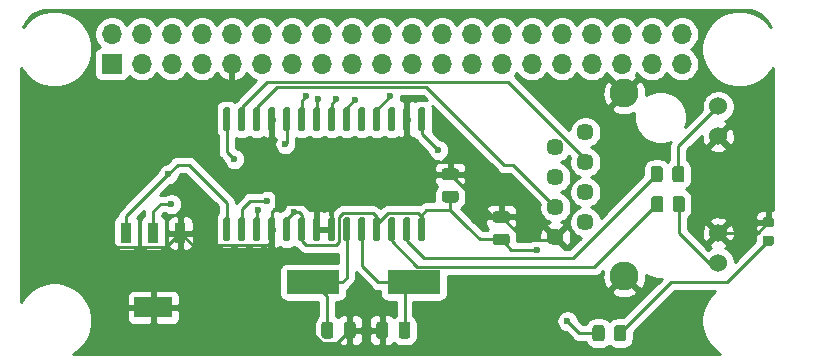
<source format=gbr>
G04 #@! TF.GenerationSoftware,KiCad,Pcbnew,(5.1.9)-1*
G04 #@! TF.CreationDate,2021-09-02T14:26:12+03:00*
G04 #@! TF.ProjectId,RPi_EthShield,5250695f-4574-4685-9368-69656c642e6b,rev?*
G04 #@! TF.SameCoordinates,Original*
G04 #@! TF.FileFunction,Copper,L1,Top*
G04 #@! TF.FilePolarity,Positive*
%FSLAX46Y46*%
G04 Gerber Fmt 4.6, Leading zero omitted, Abs format (unit mm)*
G04 Created by KiCad (PCBNEW (5.1.9)-1) date 2021-09-02 14:26:12*
%MOMM*%
%LPD*%
G01*
G04 APERTURE LIST*
G04 #@! TA.AperFunction,ComponentPad*
%ADD10C,1.446000*%
G04 #@! TD*
G04 #@! TA.AperFunction,ComponentPad*
%ADD11C,1.530000*%
G04 #@! TD*
G04 #@! TA.AperFunction,ComponentPad*
%ADD12C,2.445000*%
G04 #@! TD*
G04 #@! TA.AperFunction,SMDPad,CuDef*
%ADD13R,4.500000X2.000000*%
G04 #@! TD*
G04 #@! TA.AperFunction,SMDPad,CuDef*
%ADD14R,0.950000X1.750000*%
G04 #@! TD*
G04 #@! TA.AperFunction,SMDPad,CuDef*
%ADD15R,3.250000X1.750000*%
G04 #@! TD*
G04 #@! TA.AperFunction,ComponentPad*
%ADD16O,1.700000X1.700000*%
G04 #@! TD*
G04 #@! TA.AperFunction,ComponentPad*
%ADD17R,1.700000X1.700000*%
G04 #@! TD*
G04 #@! TA.AperFunction,ViaPad*
%ADD18C,0.600000*%
G04 #@! TD*
G04 #@! TA.AperFunction,Conductor*
%ADD19C,0.250000*%
G04 #@! TD*
G04 #@! TA.AperFunction,Conductor*
%ADD20C,0.254000*%
G04 #@! TD*
G04 #@! TA.AperFunction,Conductor*
%ADD21C,0.100000*%
G04 #@! TD*
G04 APERTURE END LIST*
D10*
X60960000Y-35052000D03*
X58420000Y-36322000D03*
X60960000Y-37592000D03*
X58420000Y-38862000D03*
X60960000Y-40132000D03*
X58420000Y-41402000D03*
X60960000Y-42672000D03*
X58420000Y-43942000D03*
D11*
X72210000Y-32872000D03*
X72210000Y-35412000D03*
X72210000Y-43582000D03*
X72210000Y-46122000D03*
D12*
X64260000Y-31752000D03*
X64260000Y-47242000D03*
D13*
X46434000Y-47752000D03*
X37934000Y-47752000D03*
G04 #@! TA.AperFunction,SMDPad,CuDef*
G36*
G01*
X62592000Y-51619998D02*
X62592000Y-52520002D01*
G75*
G02*
X62342002Y-52770000I-249998J0D01*
G01*
X61816998Y-52770000D01*
G75*
G02*
X61567000Y-52520002I0J249998D01*
G01*
X61567000Y-51619998D01*
G75*
G02*
X61816998Y-51370000I249998J0D01*
G01*
X62342002Y-51370000D01*
G75*
G02*
X62592000Y-51619998I0J-249998D01*
G01*
G37*
G04 #@! TD.AperFunction*
G04 #@! TA.AperFunction,SMDPad,CuDef*
G36*
G01*
X64417000Y-51619998D02*
X64417000Y-52520002D01*
G75*
G02*
X64167002Y-52770000I-249998J0D01*
G01*
X63641998Y-52770000D01*
G75*
G02*
X63392000Y-52520002I0J249998D01*
G01*
X63392000Y-51619998D01*
G75*
G02*
X63641998Y-51370000I249998J0D01*
G01*
X64167002Y-51370000D01*
G75*
G02*
X64417000Y-51619998I0J-249998D01*
G01*
G37*
G04 #@! TD.AperFunction*
G04 #@! TA.AperFunction,SMDPad,CuDef*
G36*
G01*
X67568500Y-40697998D02*
X67568500Y-41598002D01*
G75*
G02*
X67318502Y-41848000I-249998J0D01*
G01*
X66793498Y-41848000D01*
G75*
G02*
X66543500Y-41598002I0J249998D01*
G01*
X66543500Y-40697998D01*
G75*
G02*
X66793498Y-40448000I249998J0D01*
G01*
X67318502Y-40448000D01*
G75*
G02*
X67568500Y-40697998I0J-249998D01*
G01*
G37*
G04 #@! TD.AperFunction*
G04 #@! TA.AperFunction,SMDPad,CuDef*
G36*
G01*
X69393500Y-40697998D02*
X69393500Y-41598002D01*
G75*
G02*
X69143502Y-41848000I-249998J0D01*
G01*
X68618498Y-41848000D01*
G75*
G02*
X68368500Y-41598002I0J249998D01*
G01*
X68368500Y-40697998D01*
G75*
G02*
X68618498Y-40448000I249998J0D01*
G01*
X69143502Y-40448000D01*
G75*
G02*
X69393500Y-40697998I0J-249998D01*
G01*
G37*
G04 #@! TD.AperFunction*
G04 #@! TA.AperFunction,SMDPad,CuDef*
G36*
G01*
X67521500Y-38157998D02*
X67521500Y-39058002D01*
G75*
G02*
X67271502Y-39308000I-249998J0D01*
G01*
X66746498Y-39308000D01*
G75*
G02*
X66496500Y-39058002I0J249998D01*
G01*
X66496500Y-38157998D01*
G75*
G02*
X66746498Y-37908000I249998J0D01*
G01*
X67271502Y-37908000D01*
G75*
G02*
X67521500Y-38157998I0J-249998D01*
G01*
G37*
G04 #@! TD.AperFunction*
G04 #@! TA.AperFunction,SMDPad,CuDef*
G36*
G01*
X69346500Y-38157998D02*
X69346500Y-39058002D01*
G75*
G02*
X69096502Y-39308000I-249998J0D01*
G01*
X68571498Y-39308000D01*
G75*
G02*
X68321500Y-39058002I0J249998D01*
G01*
X68321500Y-38157998D01*
G75*
G02*
X68571498Y-37908000I249998J0D01*
G01*
X69096502Y-37908000D01*
G75*
G02*
X69346500Y-38157998I0J-249998D01*
G01*
G37*
G04 #@! TD.AperFunction*
G04 #@! TA.AperFunction,SMDPad,CuDef*
G36*
G01*
X76197750Y-43809500D02*
X76710250Y-43809500D01*
G75*
G02*
X76929000Y-44028250I0J-218750D01*
G01*
X76929000Y-44465750D01*
G75*
G02*
X76710250Y-44684500I-218750J0D01*
G01*
X76197750Y-44684500D01*
G75*
G02*
X75979000Y-44465750I0J218750D01*
G01*
X75979000Y-44028250D01*
G75*
G02*
X76197750Y-43809500I218750J0D01*
G01*
G37*
G04 #@! TD.AperFunction*
G04 #@! TA.AperFunction,SMDPad,CuDef*
G36*
G01*
X76197750Y-42234500D02*
X76710250Y-42234500D01*
G75*
G02*
X76929000Y-42453250I0J-218750D01*
G01*
X76929000Y-42890750D01*
G75*
G02*
X76710250Y-43109500I-218750J0D01*
G01*
X76197750Y-43109500D01*
G75*
G02*
X75979000Y-42890750I0J218750D01*
G01*
X75979000Y-42453250D01*
G75*
G02*
X76197750Y-42234500I218750J0D01*
G01*
G37*
G04 #@! TD.AperFunction*
G04 #@! TA.AperFunction,SMDPad,CuDef*
G36*
G01*
X50005000Y-39108000D02*
X49055000Y-39108000D01*
G75*
G02*
X48805000Y-38858000I0J250000D01*
G01*
X48805000Y-38358000D01*
G75*
G02*
X49055000Y-38108000I250000J0D01*
G01*
X50005000Y-38108000D01*
G75*
G02*
X50255000Y-38358000I0J-250000D01*
G01*
X50255000Y-38858000D01*
G75*
G02*
X50005000Y-39108000I-250000J0D01*
G01*
G37*
G04 #@! TD.AperFunction*
G04 #@! TA.AperFunction,SMDPad,CuDef*
G36*
G01*
X50005000Y-41008000D02*
X49055000Y-41008000D01*
G75*
G02*
X48805000Y-40758000I0J250000D01*
G01*
X48805000Y-40258000D01*
G75*
G02*
X49055000Y-40008000I250000J0D01*
G01*
X50005000Y-40008000D01*
G75*
G02*
X50255000Y-40258000I0J-250000D01*
G01*
X50255000Y-40758000D01*
G75*
G02*
X50005000Y-41008000I-250000J0D01*
G01*
G37*
G04 #@! TD.AperFunction*
G04 #@! TA.AperFunction,SMDPad,CuDef*
G36*
G01*
X45154000Y-52291000D02*
X45154000Y-51341000D01*
G75*
G02*
X45404000Y-51091000I250000J0D01*
G01*
X45904000Y-51091000D01*
G75*
G02*
X46154000Y-51341000I0J-250000D01*
G01*
X46154000Y-52291000D01*
G75*
G02*
X45904000Y-52541000I-250000J0D01*
G01*
X45404000Y-52541000D01*
G75*
G02*
X45154000Y-52291000I0J250000D01*
G01*
G37*
G04 #@! TD.AperFunction*
G04 #@! TA.AperFunction,SMDPad,CuDef*
G36*
G01*
X43254000Y-52291000D02*
X43254000Y-51341000D01*
G75*
G02*
X43504000Y-51091000I250000J0D01*
G01*
X44004000Y-51091000D01*
G75*
G02*
X44254000Y-51341000I0J-250000D01*
G01*
X44254000Y-52291000D01*
G75*
G02*
X44004000Y-52541000I-250000J0D01*
G01*
X43504000Y-52541000D01*
G75*
G02*
X43254000Y-52291000I0J250000D01*
G01*
G37*
G04 #@! TD.AperFunction*
G04 #@! TA.AperFunction,SMDPad,CuDef*
G36*
G01*
X40516000Y-52291000D02*
X40516000Y-51341000D01*
G75*
G02*
X40766000Y-51091000I250000J0D01*
G01*
X41266000Y-51091000D01*
G75*
G02*
X41516000Y-51341000I0J-250000D01*
G01*
X41516000Y-52291000D01*
G75*
G02*
X41266000Y-52541000I-250000J0D01*
G01*
X40766000Y-52541000D01*
G75*
G02*
X40516000Y-52291000I0J250000D01*
G01*
G37*
G04 #@! TD.AperFunction*
G04 #@! TA.AperFunction,SMDPad,CuDef*
G36*
G01*
X38616000Y-52291000D02*
X38616000Y-51341000D01*
G75*
G02*
X38866000Y-51091000I250000J0D01*
G01*
X39366000Y-51091000D01*
G75*
G02*
X39616000Y-51341000I0J-250000D01*
G01*
X39616000Y-52291000D01*
G75*
G02*
X39366000Y-52541000I-250000J0D01*
G01*
X38866000Y-52541000D01*
G75*
G02*
X38616000Y-52291000I0J250000D01*
G01*
G37*
G04 #@! TD.AperFunction*
G04 #@! TA.AperFunction,SMDPad,CuDef*
G36*
G01*
X54323000Y-42730000D02*
X53373000Y-42730000D01*
G75*
G02*
X53123000Y-42480000I0J250000D01*
G01*
X53123000Y-41980000D01*
G75*
G02*
X53373000Y-41730000I250000J0D01*
G01*
X54323000Y-41730000D01*
G75*
G02*
X54573000Y-41980000I0J-250000D01*
G01*
X54573000Y-42480000D01*
G75*
G02*
X54323000Y-42730000I-250000J0D01*
G01*
G37*
G04 #@! TD.AperFunction*
G04 #@! TA.AperFunction,SMDPad,CuDef*
G36*
G01*
X54323000Y-44630000D02*
X53373000Y-44630000D01*
G75*
G02*
X53123000Y-44380000I0J250000D01*
G01*
X53123000Y-43880000D01*
G75*
G02*
X53373000Y-43630000I250000J0D01*
G01*
X54323000Y-43630000D01*
G75*
G02*
X54573000Y-43880000I0J-250000D01*
G01*
X54573000Y-44380000D01*
G75*
G02*
X54323000Y-44630000I-250000J0D01*
G01*
G37*
G04 #@! TD.AperFunction*
D14*
X26684000Y-43586000D03*
X24384000Y-43586000D03*
X22084000Y-43586000D03*
D15*
X24384000Y-49886000D03*
G04 #@! TA.AperFunction,SMDPad,CuDef*
G36*
G01*
X46967000Y-42233000D02*
X47267000Y-42233000D01*
G75*
G02*
X47417000Y-42383000I0J-150000D01*
G01*
X47417000Y-44133000D01*
G75*
G02*
X47267000Y-44283000I-150000J0D01*
G01*
X46967000Y-44283000D01*
G75*
G02*
X46817000Y-44133000I0J150000D01*
G01*
X46817000Y-42383000D01*
G75*
G02*
X46967000Y-42233000I150000J0D01*
G01*
G37*
G04 #@! TD.AperFunction*
G04 #@! TA.AperFunction,SMDPad,CuDef*
G36*
G01*
X45697000Y-42233000D02*
X45997000Y-42233000D01*
G75*
G02*
X46147000Y-42383000I0J-150000D01*
G01*
X46147000Y-44133000D01*
G75*
G02*
X45997000Y-44283000I-150000J0D01*
G01*
X45697000Y-44283000D01*
G75*
G02*
X45547000Y-44133000I0J150000D01*
G01*
X45547000Y-42383000D01*
G75*
G02*
X45697000Y-42233000I150000J0D01*
G01*
G37*
G04 #@! TD.AperFunction*
G04 #@! TA.AperFunction,SMDPad,CuDef*
G36*
G01*
X44427000Y-42233000D02*
X44727000Y-42233000D01*
G75*
G02*
X44877000Y-42383000I0J-150000D01*
G01*
X44877000Y-44133000D01*
G75*
G02*
X44727000Y-44283000I-150000J0D01*
G01*
X44427000Y-44283000D01*
G75*
G02*
X44277000Y-44133000I0J150000D01*
G01*
X44277000Y-42383000D01*
G75*
G02*
X44427000Y-42233000I150000J0D01*
G01*
G37*
G04 #@! TD.AperFunction*
G04 #@! TA.AperFunction,SMDPad,CuDef*
G36*
G01*
X43157000Y-42233000D02*
X43457000Y-42233000D01*
G75*
G02*
X43607000Y-42383000I0J-150000D01*
G01*
X43607000Y-44133000D01*
G75*
G02*
X43457000Y-44283000I-150000J0D01*
G01*
X43157000Y-44283000D01*
G75*
G02*
X43007000Y-44133000I0J150000D01*
G01*
X43007000Y-42383000D01*
G75*
G02*
X43157000Y-42233000I150000J0D01*
G01*
G37*
G04 #@! TD.AperFunction*
G04 #@! TA.AperFunction,SMDPad,CuDef*
G36*
G01*
X41887000Y-42233000D02*
X42187000Y-42233000D01*
G75*
G02*
X42337000Y-42383000I0J-150000D01*
G01*
X42337000Y-44133000D01*
G75*
G02*
X42187000Y-44283000I-150000J0D01*
G01*
X41887000Y-44283000D01*
G75*
G02*
X41737000Y-44133000I0J150000D01*
G01*
X41737000Y-42383000D01*
G75*
G02*
X41887000Y-42233000I150000J0D01*
G01*
G37*
G04 #@! TD.AperFunction*
G04 #@! TA.AperFunction,SMDPad,CuDef*
G36*
G01*
X40617000Y-42233000D02*
X40917000Y-42233000D01*
G75*
G02*
X41067000Y-42383000I0J-150000D01*
G01*
X41067000Y-44133000D01*
G75*
G02*
X40917000Y-44283000I-150000J0D01*
G01*
X40617000Y-44283000D01*
G75*
G02*
X40467000Y-44133000I0J150000D01*
G01*
X40467000Y-42383000D01*
G75*
G02*
X40617000Y-42233000I150000J0D01*
G01*
G37*
G04 #@! TD.AperFunction*
G04 #@! TA.AperFunction,SMDPad,CuDef*
G36*
G01*
X39347000Y-42233000D02*
X39647000Y-42233000D01*
G75*
G02*
X39797000Y-42383000I0J-150000D01*
G01*
X39797000Y-44133000D01*
G75*
G02*
X39647000Y-44283000I-150000J0D01*
G01*
X39347000Y-44283000D01*
G75*
G02*
X39197000Y-44133000I0J150000D01*
G01*
X39197000Y-42383000D01*
G75*
G02*
X39347000Y-42233000I150000J0D01*
G01*
G37*
G04 #@! TD.AperFunction*
G04 #@! TA.AperFunction,SMDPad,CuDef*
G36*
G01*
X38077000Y-42233000D02*
X38377000Y-42233000D01*
G75*
G02*
X38527000Y-42383000I0J-150000D01*
G01*
X38527000Y-44133000D01*
G75*
G02*
X38377000Y-44283000I-150000J0D01*
G01*
X38077000Y-44283000D01*
G75*
G02*
X37927000Y-44133000I0J150000D01*
G01*
X37927000Y-42383000D01*
G75*
G02*
X38077000Y-42233000I150000J0D01*
G01*
G37*
G04 #@! TD.AperFunction*
G04 #@! TA.AperFunction,SMDPad,CuDef*
G36*
G01*
X36807000Y-42233000D02*
X37107000Y-42233000D01*
G75*
G02*
X37257000Y-42383000I0J-150000D01*
G01*
X37257000Y-44133000D01*
G75*
G02*
X37107000Y-44283000I-150000J0D01*
G01*
X36807000Y-44283000D01*
G75*
G02*
X36657000Y-44133000I0J150000D01*
G01*
X36657000Y-42383000D01*
G75*
G02*
X36807000Y-42233000I150000J0D01*
G01*
G37*
G04 #@! TD.AperFunction*
G04 #@! TA.AperFunction,SMDPad,CuDef*
G36*
G01*
X35537000Y-42233000D02*
X35837000Y-42233000D01*
G75*
G02*
X35987000Y-42383000I0J-150000D01*
G01*
X35987000Y-44133000D01*
G75*
G02*
X35837000Y-44283000I-150000J0D01*
G01*
X35537000Y-44283000D01*
G75*
G02*
X35387000Y-44133000I0J150000D01*
G01*
X35387000Y-42383000D01*
G75*
G02*
X35537000Y-42233000I150000J0D01*
G01*
G37*
G04 #@! TD.AperFunction*
G04 #@! TA.AperFunction,SMDPad,CuDef*
G36*
G01*
X34267000Y-42233000D02*
X34567000Y-42233000D01*
G75*
G02*
X34717000Y-42383000I0J-150000D01*
G01*
X34717000Y-44133000D01*
G75*
G02*
X34567000Y-44283000I-150000J0D01*
G01*
X34267000Y-44283000D01*
G75*
G02*
X34117000Y-44133000I0J150000D01*
G01*
X34117000Y-42383000D01*
G75*
G02*
X34267000Y-42233000I150000J0D01*
G01*
G37*
G04 #@! TD.AperFunction*
G04 #@! TA.AperFunction,SMDPad,CuDef*
G36*
G01*
X32997000Y-42233000D02*
X33297000Y-42233000D01*
G75*
G02*
X33447000Y-42383000I0J-150000D01*
G01*
X33447000Y-44133000D01*
G75*
G02*
X33297000Y-44283000I-150000J0D01*
G01*
X32997000Y-44283000D01*
G75*
G02*
X32847000Y-44133000I0J150000D01*
G01*
X32847000Y-42383000D01*
G75*
G02*
X32997000Y-42233000I150000J0D01*
G01*
G37*
G04 #@! TD.AperFunction*
G04 #@! TA.AperFunction,SMDPad,CuDef*
G36*
G01*
X31727000Y-42233000D02*
X32027000Y-42233000D01*
G75*
G02*
X32177000Y-42383000I0J-150000D01*
G01*
X32177000Y-44133000D01*
G75*
G02*
X32027000Y-44283000I-150000J0D01*
G01*
X31727000Y-44283000D01*
G75*
G02*
X31577000Y-44133000I0J150000D01*
G01*
X31577000Y-42383000D01*
G75*
G02*
X31727000Y-42233000I150000J0D01*
G01*
G37*
G04 #@! TD.AperFunction*
G04 #@! TA.AperFunction,SMDPad,CuDef*
G36*
G01*
X30457000Y-42233000D02*
X30757000Y-42233000D01*
G75*
G02*
X30907000Y-42383000I0J-150000D01*
G01*
X30907000Y-44133000D01*
G75*
G02*
X30757000Y-44283000I-150000J0D01*
G01*
X30457000Y-44283000D01*
G75*
G02*
X30307000Y-44133000I0J150000D01*
G01*
X30307000Y-42383000D01*
G75*
G02*
X30457000Y-42233000I150000J0D01*
G01*
G37*
G04 #@! TD.AperFunction*
G04 #@! TA.AperFunction,SMDPad,CuDef*
G36*
G01*
X30457000Y-32933000D02*
X30757000Y-32933000D01*
G75*
G02*
X30907000Y-33083000I0J-150000D01*
G01*
X30907000Y-34833000D01*
G75*
G02*
X30757000Y-34983000I-150000J0D01*
G01*
X30457000Y-34983000D01*
G75*
G02*
X30307000Y-34833000I0J150000D01*
G01*
X30307000Y-33083000D01*
G75*
G02*
X30457000Y-32933000I150000J0D01*
G01*
G37*
G04 #@! TD.AperFunction*
G04 #@! TA.AperFunction,SMDPad,CuDef*
G36*
G01*
X31727000Y-32933000D02*
X32027000Y-32933000D01*
G75*
G02*
X32177000Y-33083000I0J-150000D01*
G01*
X32177000Y-34833000D01*
G75*
G02*
X32027000Y-34983000I-150000J0D01*
G01*
X31727000Y-34983000D01*
G75*
G02*
X31577000Y-34833000I0J150000D01*
G01*
X31577000Y-33083000D01*
G75*
G02*
X31727000Y-32933000I150000J0D01*
G01*
G37*
G04 #@! TD.AperFunction*
G04 #@! TA.AperFunction,SMDPad,CuDef*
G36*
G01*
X32997000Y-32933000D02*
X33297000Y-32933000D01*
G75*
G02*
X33447000Y-33083000I0J-150000D01*
G01*
X33447000Y-34833000D01*
G75*
G02*
X33297000Y-34983000I-150000J0D01*
G01*
X32997000Y-34983000D01*
G75*
G02*
X32847000Y-34833000I0J150000D01*
G01*
X32847000Y-33083000D01*
G75*
G02*
X32997000Y-32933000I150000J0D01*
G01*
G37*
G04 #@! TD.AperFunction*
G04 #@! TA.AperFunction,SMDPad,CuDef*
G36*
G01*
X34267000Y-32933000D02*
X34567000Y-32933000D01*
G75*
G02*
X34717000Y-33083000I0J-150000D01*
G01*
X34717000Y-34833000D01*
G75*
G02*
X34567000Y-34983000I-150000J0D01*
G01*
X34267000Y-34983000D01*
G75*
G02*
X34117000Y-34833000I0J150000D01*
G01*
X34117000Y-33083000D01*
G75*
G02*
X34267000Y-32933000I150000J0D01*
G01*
G37*
G04 #@! TD.AperFunction*
G04 #@! TA.AperFunction,SMDPad,CuDef*
G36*
G01*
X35537000Y-32933000D02*
X35837000Y-32933000D01*
G75*
G02*
X35987000Y-33083000I0J-150000D01*
G01*
X35987000Y-34833000D01*
G75*
G02*
X35837000Y-34983000I-150000J0D01*
G01*
X35537000Y-34983000D01*
G75*
G02*
X35387000Y-34833000I0J150000D01*
G01*
X35387000Y-33083000D01*
G75*
G02*
X35537000Y-32933000I150000J0D01*
G01*
G37*
G04 #@! TD.AperFunction*
G04 #@! TA.AperFunction,SMDPad,CuDef*
G36*
G01*
X36807000Y-32933000D02*
X37107000Y-32933000D01*
G75*
G02*
X37257000Y-33083000I0J-150000D01*
G01*
X37257000Y-34833000D01*
G75*
G02*
X37107000Y-34983000I-150000J0D01*
G01*
X36807000Y-34983000D01*
G75*
G02*
X36657000Y-34833000I0J150000D01*
G01*
X36657000Y-33083000D01*
G75*
G02*
X36807000Y-32933000I150000J0D01*
G01*
G37*
G04 #@! TD.AperFunction*
G04 #@! TA.AperFunction,SMDPad,CuDef*
G36*
G01*
X38077000Y-32933000D02*
X38377000Y-32933000D01*
G75*
G02*
X38527000Y-33083000I0J-150000D01*
G01*
X38527000Y-34833000D01*
G75*
G02*
X38377000Y-34983000I-150000J0D01*
G01*
X38077000Y-34983000D01*
G75*
G02*
X37927000Y-34833000I0J150000D01*
G01*
X37927000Y-33083000D01*
G75*
G02*
X38077000Y-32933000I150000J0D01*
G01*
G37*
G04 #@! TD.AperFunction*
G04 #@! TA.AperFunction,SMDPad,CuDef*
G36*
G01*
X39347000Y-32933000D02*
X39647000Y-32933000D01*
G75*
G02*
X39797000Y-33083000I0J-150000D01*
G01*
X39797000Y-34833000D01*
G75*
G02*
X39647000Y-34983000I-150000J0D01*
G01*
X39347000Y-34983000D01*
G75*
G02*
X39197000Y-34833000I0J150000D01*
G01*
X39197000Y-33083000D01*
G75*
G02*
X39347000Y-32933000I150000J0D01*
G01*
G37*
G04 #@! TD.AperFunction*
G04 #@! TA.AperFunction,SMDPad,CuDef*
G36*
G01*
X40617000Y-32933000D02*
X40917000Y-32933000D01*
G75*
G02*
X41067000Y-33083000I0J-150000D01*
G01*
X41067000Y-34833000D01*
G75*
G02*
X40917000Y-34983000I-150000J0D01*
G01*
X40617000Y-34983000D01*
G75*
G02*
X40467000Y-34833000I0J150000D01*
G01*
X40467000Y-33083000D01*
G75*
G02*
X40617000Y-32933000I150000J0D01*
G01*
G37*
G04 #@! TD.AperFunction*
G04 #@! TA.AperFunction,SMDPad,CuDef*
G36*
G01*
X41887000Y-32933000D02*
X42187000Y-32933000D01*
G75*
G02*
X42337000Y-33083000I0J-150000D01*
G01*
X42337000Y-34833000D01*
G75*
G02*
X42187000Y-34983000I-150000J0D01*
G01*
X41887000Y-34983000D01*
G75*
G02*
X41737000Y-34833000I0J150000D01*
G01*
X41737000Y-33083000D01*
G75*
G02*
X41887000Y-32933000I150000J0D01*
G01*
G37*
G04 #@! TD.AperFunction*
G04 #@! TA.AperFunction,SMDPad,CuDef*
G36*
G01*
X43157000Y-32933000D02*
X43457000Y-32933000D01*
G75*
G02*
X43607000Y-33083000I0J-150000D01*
G01*
X43607000Y-34833000D01*
G75*
G02*
X43457000Y-34983000I-150000J0D01*
G01*
X43157000Y-34983000D01*
G75*
G02*
X43007000Y-34833000I0J150000D01*
G01*
X43007000Y-33083000D01*
G75*
G02*
X43157000Y-32933000I150000J0D01*
G01*
G37*
G04 #@! TD.AperFunction*
G04 #@! TA.AperFunction,SMDPad,CuDef*
G36*
G01*
X44427000Y-32933000D02*
X44727000Y-32933000D01*
G75*
G02*
X44877000Y-33083000I0J-150000D01*
G01*
X44877000Y-34833000D01*
G75*
G02*
X44727000Y-34983000I-150000J0D01*
G01*
X44427000Y-34983000D01*
G75*
G02*
X44277000Y-34833000I0J150000D01*
G01*
X44277000Y-33083000D01*
G75*
G02*
X44427000Y-32933000I150000J0D01*
G01*
G37*
G04 #@! TD.AperFunction*
G04 #@! TA.AperFunction,SMDPad,CuDef*
G36*
G01*
X45697000Y-32933000D02*
X45997000Y-32933000D01*
G75*
G02*
X46147000Y-33083000I0J-150000D01*
G01*
X46147000Y-34833000D01*
G75*
G02*
X45997000Y-34983000I-150000J0D01*
G01*
X45697000Y-34983000D01*
G75*
G02*
X45547000Y-34833000I0J150000D01*
G01*
X45547000Y-33083000D01*
G75*
G02*
X45697000Y-32933000I150000J0D01*
G01*
G37*
G04 #@! TD.AperFunction*
G04 #@! TA.AperFunction,SMDPad,CuDef*
G36*
G01*
X46967000Y-32933000D02*
X47267000Y-32933000D01*
G75*
G02*
X47417000Y-33083000I0J-150000D01*
G01*
X47417000Y-34833000D01*
G75*
G02*
X47267000Y-34983000I-150000J0D01*
G01*
X46967000Y-34983000D01*
G75*
G02*
X46817000Y-34833000I0J150000D01*
G01*
X46817000Y-33083000D01*
G75*
G02*
X46967000Y-32933000I150000J0D01*
G01*
G37*
G04 #@! TD.AperFunction*
D16*
X69130000Y-26730000D03*
X69130000Y-29270000D03*
X66590000Y-26730000D03*
X66590000Y-29270000D03*
X64050000Y-26730000D03*
X64050000Y-29270000D03*
X61510000Y-26730000D03*
X61510000Y-29270000D03*
X58970000Y-26730000D03*
X58970000Y-29270000D03*
X56430000Y-26730000D03*
X56430000Y-29270000D03*
X53890000Y-26730000D03*
X53890000Y-29270000D03*
X51350000Y-26730000D03*
X51350000Y-29270000D03*
X48810000Y-26730000D03*
X48810000Y-29270000D03*
X46270000Y-26730000D03*
X46270000Y-29270000D03*
X43730000Y-26730000D03*
X43730000Y-29270000D03*
X41190000Y-26730000D03*
X41190000Y-29270000D03*
X38650000Y-26730000D03*
X38650000Y-29270000D03*
X36110000Y-26730000D03*
X36110000Y-29270000D03*
X33570000Y-26730000D03*
X33570000Y-29270000D03*
X31030000Y-26730000D03*
X31030000Y-29270000D03*
X28490000Y-26730000D03*
X28490000Y-29270000D03*
X25950000Y-26730000D03*
X25950000Y-29270000D03*
X23410000Y-26730000D03*
X23410000Y-29270000D03*
X20870000Y-26730000D03*
D17*
X20870000Y-29270000D03*
D18*
X35560000Y-36068000D03*
X25908010Y-41148000D03*
X33274018Y-41656000D03*
X34036000Y-40855987D03*
X25654000Y-38608000D03*
X59436000Y-51054000D03*
X56863999Y-44990001D03*
X36322000Y-41773000D03*
X33274006Y-37338000D03*
X16242000Y-39776000D03*
X52070000Y-37084000D03*
X37338000Y-32004000D03*
X38354000Y-32258000D03*
X44450000Y-32004000D03*
X41431648Y-32287648D03*
X39878000Y-32258000D03*
X31242004Y-37338000D03*
X48514000Y-36576000D03*
D19*
X72210000Y-46122000D02*
X71702000Y-46122000D01*
X71448000Y-46122000D02*
X72210000Y-46122000D01*
X68881000Y-43555000D02*
X71448000Y-46122000D01*
X68881000Y-41148000D02*
X68881000Y-43555000D01*
X72210000Y-32872000D02*
X71702000Y-32872000D01*
X71956000Y-32872000D02*
X72210000Y-32872000D01*
X68834000Y-36248000D02*
X72210000Y-32872000D01*
X68834000Y-38608000D02*
X68834000Y-36248000D01*
X35687000Y-35941000D02*
X35687000Y-33958000D01*
X35560000Y-36068000D02*
X35687000Y-35941000D01*
X24384000Y-43586000D02*
X24384000Y-41765220D01*
X24384000Y-41765220D02*
X25001220Y-41148000D01*
X25001220Y-41148000D02*
X25908010Y-41148000D01*
X33147000Y-43258000D02*
X33147000Y-41783018D01*
X33147000Y-41783018D02*
X33274018Y-41656000D01*
X32595736Y-40855987D02*
X34036000Y-40855987D01*
X31877000Y-43258000D02*
X31877000Y-41574723D01*
X31877000Y-41574723D02*
X32595736Y-40855987D01*
X31877000Y-33958000D02*
X31877000Y-32933000D01*
X31877000Y-32933000D02*
X34018011Y-30791989D01*
X34018011Y-30791989D02*
X54420465Y-30791989D01*
X60960000Y-37331524D02*
X60960000Y-37592000D01*
X54420465Y-30791989D02*
X60960000Y-37331524D01*
X22084000Y-42178000D02*
X25654000Y-38608000D01*
X22084000Y-43586000D02*
X22084000Y-42178000D01*
X43307000Y-42831232D02*
X43307000Y-43258000D01*
X46791990Y-41907990D02*
X44230242Y-41907990D01*
X44230242Y-41907990D02*
X43307000Y-42831232D01*
X47117000Y-42233000D02*
X46791990Y-41907990D01*
X47117000Y-43258000D02*
X47117000Y-42233000D01*
X36957000Y-44283000D02*
X36957000Y-43258000D01*
X37282010Y-44608010D02*
X36957000Y-44283000D01*
X40122010Y-44329758D02*
X39843758Y-44608010D01*
X39843758Y-44608010D02*
X37282010Y-44608010D01*
X40420242Y-41907990D02*
X40122010Y-42206222D01*
X42981990Y-41907990D02*
X40420242Y-41907990D01*
X40122010Y-42206222D02*
X40122010Y-44329758D01*
X43307000Y-42233000D02*
X42981990Y-41907990D01*
X43307000Y-43258000D02*
X43307000Y-42233000D01*
X47117000Y-43258000D02*
X47117000Y-42037000D01*
X47117000Y-42037000D02*
X47498000Y-41656000D01*
X47498000Y-41656000D02*
X49530000Y-41656000D01*
X49530000Y-41656000D02*
X49530000Y-40508000D01*
X49530000Y-41656000D02*
X50929010Y-43055010D01*
X52004000Y-44130000D02*
X50929010Y-43055010D01*
X53848000Y-44130000D02*
X52004000Y-44130000D01*
X60452000Y-52070000D02*
X62079500Y-52070000D01*
X59436000Y-51054000D02*
X60452000Y-52070000D01*
X54708001Y-44990001D02*
X56863999Y-44990001D01*
X53848000Y-44130000D02*
X54708001Y-44990001D01*
X30607000Y-41021000D02*
X27394000Y-37808000D01*
X30607000Y-43258000D02*
X30607000Y-41021000D01*
X27394000Y-37808000D02*
X26454000Y-37808000D01*
X26454000Y-37808000D02*
X25654000Y-38608000D01*
X36322000Y-41773000D02*
X36693000Y-41773000D01*
X36957000Y-42037000D02*
X36957000Y-43258000D01*
X36693000Y-41773000D02*
X36957000Y-42037000D01*
X35687000Y-42408000D02*
X36322000Y-41773000D01*
X35687000Y-43258000D02*
X35687000Y-42408000D01*
X34417000Y-33958000D02*
X34417000Y-36195006D01*
X34417000Y-36195006D02*
X33274006Y-37338000D01*
X43754000Y-51816000D02*
X41016000Y-51816000D01*
X21252001Y-44786001D02*
X16242000Y-39776000D01*
X25483999Y-44786001D02*
X21252001Y-44786001D01*
X26684000Y-43586000D02*
X25483999Y-44786001D01*
X24384000Y-45886000D02*
X25483999Y-44786001D01*
X24384000Y-49886000D02*
X24384000Y-45886000D01*
X39497000Y-41783000D02*
X39370000Y-41656000D01*
X39497000Y-43258000D02*
X39497000Y-41783000D01*
X34417000Y-43258000D02*
X34417000Y-41783000D01*
X34798000Y-38861994D02*
X33274006Y-37338000D01*
X34798000Y-41402000D02*
X34798000Y-38861994D01*
X34417000Y-41783000D02*
X34798000Y-41402000D01*
X27706010Y-44608010D02*
X26684000Y-43586000D01*
X34091990Y-44608010D02*
X27706010Y-44608010D01*
X34417000Y-44283000D02*
X34091990Y-44608010D01*
X34417000Y-43258000D02*
X34417000Y-44283000D01*
X45847000Y-35179000D02*
X45847000Y-33958000D01*
X39370000Y-41656000D02*
X45847000Y-35179000D01*
X49530000Y-38608000D02*
X49530000Y-37592000D01*
X48260000Y-37592000D02*
X45847000Y-35179000D01*
X49530000Y-37592000D02*
X48260000Y-37592000D01*
X34417000Y-48655190D02*
X34417000Y-43258000D01*
X38627820Y-52866010D02*
X34417000Y-48655190D01*
X39965990Y-52866010D02*
X38627820Y-52866010D01*
X41016000Y-51816000D02*
X39965990Y-52866010D01*
X53152000Y-42230000D02*
X53848000Y-42230000D01*
X49530000Y-38608000D02*
X53152000Y-42230000D01*
X51562000Y-37592000D02*
X49530000Y-37592000D01*
X52070000Y-37084000D02*
X51562000Y-37592000D01*
X55814000Y-44196000D02*
X53848000Y-42230000D01*
X58166000Y-44196000D02*
X58420000Y-43942000D01*
X55814000Y-44196000D02*
X58166000Y-44196000D01*
X38862000Y-41148000D02*
X39370000Y-41656000D01*
X35052000Y-41148000D02*
X38862000Y-41148000D01*
X34417000Y-41783000D02*
X35052000Y-41148000D01*
X38227000Y-41275000D02*
X38227000Y-43258000D01*
X38100000Y-41148000D02*
X38227000Y-41275000D01*
X75544000Y-43582000D02*
X76454000Y-42672000D01*
X72210000Y-43582000D02*
X75544000Y-43582000D01*
X36957000Y-32385000D02*
X37338000Y-32004000D01*
X36957000Y-33958000D02*
X36957000Y-32385000D01*
X38227000Y-32385000D02*
X38354000Y-32258000D01*
X38227000Y-33958000D02*
X38227000Y-32385000D01*
X43307000Y-33147000D02*
X44450000Y-32004000D01*
X43307000Y-33958000D02*
X43307000Y-33147000D01*
X40767000Y-32952296D02*
X41431648Y-32287648D01*
X40767000Y-33958000D02*
X40767000Y-32952296D01*
X39497000Y-32639000D02*
X39878000Y-32258000D01*
X39497000Y-33958000D02*
X39497000Y-32639000D01*
X47284000Y-45720000D02*
X59897000Y-45720000D01*
X45847000Y-44283000D02*
X47284000Y-45720000D01*
X45847000Y-43258000D02*
X45847000Y-44283000D01*
X59897000Y-45720000D02*
X67009000Y-38608000D01*
X61722000Y-46482000D02*
X67056000Y-41148000D01*
X48999002Y-46482000D02*
X61722000Y-46482000D01*
X48944001Y-46426999D02*
X48999002Y-46482000D01*
X44577000Y-44283000D02*
X46720999Y-46426999D01*
X46720999Y-46426999D02*
X48944001Y-46426999D01*
X44577000Y-43258000D02*
X44577000Y-44283000D01*
X42037000Y-46355000D02*
X42037000Y-43258000D01*
X43434000Y-47752000D02*
X42037000Y-46355000D01*
X46434000Y-47752000D02*
X43434000Y-47752000D01*
X45654000Y-48532000D02*
X46434000Y-47752000D01*
X45654000Y-51816000D02*
X45654000Y-48532000D01*
X40767000Y-47371000D02*
X40767000Y-43258000D01*
X40386000Y-47752000D02*
X40767000Y-47371000D01*
X37934000Y-47752000D02*
X40386000Y-47752000D01*
X39116000Y-48934000D02*
X37934000Y-47752000D01*
X39116000Y-51816000D02*
X39116000Y-48934000D01*
X30607000Y-33958000D02*
X30607000Y-36702996D01*
X30607000Y-36702996D02*
X31242004Y-37338000D01*
X47498000Y-31242000D02*
X54102000Y-37846000D01*
X34838000Y-31242000D02*
X47498000Y-31242000D01*
X33147000Y-32933000D02*
X34838000Y-31242000D01*
X33147000Y-33958000D02*
X33147000Y-32933000D01*
X54864000Y-37846000D02*
X54102000Y-37846000D01*
X58420000Y-41402000D02*
X54864000Y-37846000D01*
X47117000Y-35179000D02*
X48514000Y-36576000D01*
X47117000Y-33958000D02*
X47117000Y-35179000D01*
X72926001Y-47774999D02*
X76454000Y-44247000D01*
X68199501Y-47774999D02*
X72926001Y-47774999D01*
X63904500Y-52070000D02*
X68199501Y-47774999D01*
D20*
X74949016Y-24732312D02*
X75380930Y-24862714D01*
X75779285Y-25074524D01*
X76128914Y-25359675D01*
X76416497Y-25707303D01*
X76631086Y-26104177D01*
X76645547Y-26150894D01*
X76506575Y-25942907D01*
X76057093Y-25493425D01*
X75528558Y-25140270D01*
X74941281Y-24897012D01*
X74317832Y-24773000D01*
X73682168Y-24773000D01*
X73058719Y-24897012D01*
X72471442Y-25140270D01*
X71942907Y-25493425D01*
X71493425Y-25942907D01*
X71140270Y-26471442D01*
X70897012Y-27058719D01*
X70773000Y-27682168D01*
X70773000Y-28317832D01*
X70897012Y-28941281D01*
X71140270Y-29528558D01*
X71493425Y-30057093D01*
X71942907Y-30506575D01*
X72471442Y-30859730D01*
X73058719Y-31102988D01*
X73682168Y-31227000D01*
X74317832Y-31227000D01*
X74941281Y-31102988D01*
X75528558Y-30859730D01*
X76057093Y-30506575D01*
X76506575Y-30057093D01*
X76815000Y-29595501D01*
X76815001Y-41598278D01*
X76739750Y-41599500D01*
X76581000Y-41758250D01*
X76581000Y-42545000D01*
X76601000Y-42545000D01*
X76601000Y-42799000D01*
X76581000Y-42799000D01*
X76581000Y-42819000D01*
X76327000Y-42819000D01*
X76327000Y-42799000D01*
X75502750Y-42799000D01*
X75344000Y-42957750D01*
X75340928Y-43109500D01*
X75353188Y-43233982D01*
X75389498Y-43353680D01*
X75448463Y-43463994D01*
X75503100Y-43530570D01*
X75485329Y-43552225D01*
X75406150Y-43700358D01*
X75357392Y-43861092D01*
X75340928Y-44028250D01*
X75340928Y-44285270D01*
X73610000Y-46016199D01*
X73610000Y-45984112D01*
X73556199Y-45713635D01*
X73450664Y-45458851D01*
X73297451Y-45229552D01*
X73102448Y-45034549D01*
X72873149Y-44881336D01*
X72808406Y-44854518D01*
X72814072Y-44852478D01*
X72930760Y-44790106D01*
X72998102Y-44549707D01*
X72210000Y-43761605D01*
X71421898Y-44549707D01*
X71489240Y-44790106D01*
X71619336Y-44851312D01*
X71546851Y-44881336D01*
X71388167Y-44987365D01*
X70054701Y-43653899D01*
X70805064Y-43653899D01*
X70846086Y-43926607D01*
X70939522Y-44186072D01*
X71001894Y-44302760D01*
X71242293Y-44370102D01*
X72030395Y-43582000D01*
X72389605Y-43582000D01*
X73177707Y-44370102D01*
X73418106Y-44302760D01*
X73535506Y-44053220D01*
X73601967Y-43785573D01*
X73614936Y-43510101D01*
X73573914Y-43237393D01*
X73480478Y-42977928D01*
X73418106Y-42861240D01*
X73177707Y-42793898D01*
X72389605Y-43582000D01*
X72030395Y-43582000D01*
X71242293Y-42793898D01*
X71001894Y-42861240D01*
X70884494Y-43110780D01*
X70818033Y-43378427D01*
X70805064Y-43653899D01*
X70054701Y-43653899D01*
X69641000Y-43240199D01*
X69641000Y-42614293D01*
X71421898Y-42614293D01*
X72210000Y-43402395D01*
X72998102Y-42614293D01*
X72930760Y-42373894D01*
X72681220Y-42256494D01*
X72592648Y-42234500D01*
X75340928Y-42234500D01*
X75344000Y-42386250D01*
X75502750Y-42545000D01*
X76327000Y-42545000D01*
X76327000Y-41758250D01*
X76168250Y-41599500D01*
X75979000Y-41596428D01*
X75854518Y-41608688D01*
X75734820Y-41644998D01*
X75624506Y-41703963D01*
X75527815Y-41783315D01*
X75448463Y-41880006D01*
X75389498Y-41990320D01*
X75353188Y-42110018D01*
X75340928Y-42234500D01*
X72592648Y-42234500D01*
X72413573Y-42190033D01*
X72138101Y-42177064D01*
X71865393Y-42218086D01*
X71605928Y-42311522D01*
X71489240Y-42373894D01*
X71421898Y-42614293D01*
X69641000Y-42614293D01*
X69641000Y-42333030D01*
X69771462Y-42225962D01*
X69881905Y-42091387D01*
X69963972Y-41937852D01*
X70014508Y-41771256D01*
X70031572Y-41598002D01*
X70031572Y-40697998D01*
X70014508Y-40524744D01*
X69963972Y-40358148D01*
X69881905Y-40204613D01*
X69771462Y-40070038D01*
X69636887Y-39959595D01*
X69483352Y-39877528D01*
X69454495Y-39868774D01*
X69589887Y-39796405D01*
X69724462Y-39685962D01*
X69834905Y-39551387D01*
X69916972Y-39397852D01*
X69967508Y-39231256D01*
X69984572Y-39058002D01*
X69984572Y-38157998D01*
X69967508Y-37984744D01*
X69916972Y-37818148D01*
X69834905Y-37664613D01*
X69724462Y-37530038D01*
X69594000Y-37422970D01*
X69594000Y-36562801D01*
X69777094Y-36379707D01*
X71421898Y-36379707D01*
X71489240Y-36620106D01*
X71738780Y-36737506D01*
X72006427Y-36803967D01*
X72281899Y-36816936D01*
X72554607Y-36775914D01*
X72814072Y-36682478D01*
X72930760Y-36620106D01*
X72998102Y-36379707D01*
X72210000Y-35591605D01*
X71421898Y-36379707D01*
X69777094Y-36379707D01*
X70811593Y-35345208D01*
X70805064Y-35483899D01*
X70846086Y-35756607D01*
X70939522Y-36016072D01*
X71001894Y-36132760D01*
X71242293Y-36200102D01*
X72030395Y-35412000D01*
X72389605Y-35412000D01*
X73177707Y-36200102D01*
X73418106Y-36132760D01*
X73535506Y-35883220D01*
X73601967Y-35615573D01*
X73614936Y-35340101D01*
X73573914Y-35067393D01*
X73480478Y-34807928D01*
X73418106Y-34691240D01*
X73177707Y-34623898D01*
X72389605Y-35412000D01*
X72030395Y-35412000D01*
X72016253Y-35397858D01*
X72195858Y-35218253D01*
X72210000Y-35232395D01*
X72998102Y-34444293D01*
X72930760Y-34203894D01*
X72800664Y-34142688D01*
X72873149Y-34112664D01*
X73102448Y-33959451D01*
X73297451Y-33764448D01*
X73450664Y-33535149D01*
X73556199Y-33280365D01*
X73610000Y-33009888D01*
X73610000Y-32734112D01*
X73556199Y-32463635D01*
X73450664Y-32208851D01*
X73297451Y-31979552D01*
X73102448Y-31784549D01*
X72873149Y-31631336D01*
X72618365Y-31525801D01*
X72347888Y-31472000D01*
X72072112Y-31472000D01*
X71801635Y-31525801D01*
X71546851Y-31631336D01*
X71317552Y-31784549D01*
X71122549Y-31979552D01*
X70969336Y-32208851D01*
X70863801Y-32463635D01*
X70810000Y-32734112D01*
X70810000Y-33009888D01*
X70841077Y-33166122D01*
X69424578Y-34582620D01*
X69483149Y-34441218D01*
X69570000Y-34004591D01*
X69570000Y-33559409D01*
X69483149Y-33122782D01*
X69312786Y-32711489D01*
X69065456Y-32341334D01*
X68750666Y-32026544D01*
X68380511Y-31779214D01*
X67969218Y-31608851D01*
X67532591Y-31522000D01*
X67087409Y-31522000D01*
X66650782Y-31608851D01*
X66239489Y-31779214D01*
X66114275Y-31862880D01*
X66125713Y-31698205D01*
X66079369Y-31335256D01*
X65963108Y-30988323D01*
X65841170Y-30760194D01*
X65554012Y-30637593D01*
X64439605Y-31752000D01*
X64453748Y-31766143D01*
X64274143Y-31945748D01*
X64260000Y-31931605D01*
X63145593Y-33046012D01*
X63268194Y-33333170D01*
X63595722Y-33496280D01*
X63948778Y-33592359D01*
X64313795Y-33617713D01*
X64676744Y-33571369D01*
X65023677Y-33455108D01*
X65076347Y-33426955D01*
X65050000Y-33559409D01*
X65050000Y-34004591D01*
X65136851Y-34441218D01*
X65307214Y-34852511D01*
X65554544Y-35222666D01*
X65869334Y-35537456D01*
X66239489Y-35784786D01*
X66650782Y-35955149D01*
X67087409Y-36042000D01*
X67532591Y-36042000D01*
X67969218Y-35955149D01*
X68174150Y-35870263D01*
X68128454Y-35955754D01*
X68084998Y-36099015D01*
X68070324Y-36248000D01*
X68074001Y-36285332D01*
X68074001Y-37422970D01*
X67943538Y-37530038D01*
X67921500Y-37556891D01*
X67899462Y-37530038D01*
X67764887Y-37419595D01*
X67611352Y-37337528D01*
X67444756Y-37286992D01*
X67271502Y-37269928D01*
X66746498Y-37269928D01*
X66573244Y-37286992D01*
X66406648Y-37337528D01*
X66253113Y-37419595D01*
X66118538Y-37530038D01*
X66008095Y-37664613D01*
X65926028Y-37818148D01*
X65875492Y-37984744D01*
X65858428Y-38157998D01*
X65858428Y-38683770D01*
X62265896Y-42276303D01*
X62265813Y-42275886D01*
X62163444Y-42028746D01*
X62014828Y-41806325D01*
X61825675Y-41617172D01*
X61603254Y-41468556D01*
X61442574Y-41402000D01*
X61603254Y-41335444D01*
X61825675Y-41186828D01*
X62014828Y-40997675D01*
X62163444Y-40775254D01*
X62265813Y-40528114D01*
X62318000Y-40265751D01*
X62318000Y-39998249D01*
X62265813Y-39735886D01*
X62163444Y-39488746D01*
X62014828Y-39266325D01*
X61825675Y-39077172D01*
X61603254Y-38928556D01*
X61442574Y-38862000D01*
X61603254Y-38795444D01*
X61825675Y-38646828D01*
X62014828Y-38457675D01*
X62163444Y-38235254D01*
X62265813Y-37988114D01*
X62318000Y-37725751D01*
X62318000Y-37458249D01*
X62265813Y-37195886D01*
X62163444Y-36948746D01*
X62014828Y-36726325D01*
X61825675Y-36537172D01*
X61603254Y-36388556D01*
X61442574Y-36322000D01*
X61603254Y-36255444D01*
X61825675Y-36106828D01*
X62014828Y-35917675D01*
X62163444Y-35695254D01*
X62265813Y-35448114D01*
X62318000Y-35185751D01*
X62318000Y-34918249D01*
X62265813Y-34655886D01*
X62163444Y-34408746D01*
X62014828Y-34186325D01*
X61825675Y-33997172D01*
X61603254Y-33848556D01*
X61356114Y-33746187D01*
X61093751Y-33694000D01*
X60826249Y-33694000D01*
X60563886Y-33746187D01*
X60316746Y-33848556D01*
X60094325Y-33997172D01*
X59905172Y-34186325D01*
X59756556Y-34408746D01*
X59654187Y-34655886D01*
X59605240Y-34901962D01*
X56509073Y-31805795D01*
X62394287Y-31805795D01*
X62440631Y-32168744D01*
X62556892Y-32515677D01*
X62678830Y-32743806D01*
X62965988Y-32866407D01*
X64080395Y-31752000D01*
X62965988Y-30637593D01*
X62678830Y-30760194D01*
X62515720Y-31087722D01*
X62419641Y-31440778D01*
X62394287Y-31805795D01*
X56509073Y-31805795D01*
X54984269Y-30280992D01*
X54981946Y-30278161D01*
X55043475Y-30216632D01*
X55160000Y-30042240D01*
X55276525Y-30216632D01*
X55483368Y-30423475D01*
X55726589Y-30585990D01*
X55996842Y-30697932D01*
X56283740Y-30755000D01*
X56576260Y-30755000D01*
X56863158Y-30697932D01*
X57133411Y-30585990D01*
X57376632Y-30423475D01*
X57583475Y-30216632D01*
X57700000Y-30042240D01*
X57816525Y-30216632D01*
X58023368Y-30423475D01*
X58266589Y-30585990D01*
X58536842Y-30697932D01*
X58823740Y-30755000D01*
X59116260Y-30755000D01*
X59403158Y-30697932D01*
X59673411Y-30585990D01*
X59916632Y-30423475D01*
X60123475Y-30216632D01*
X60240000Y-30042240D01*
X60356525Y-30216632D01*
X60563368Y-30423475D01*
X60806589Y-30585990D01*
X61076842Y-30697932D01*
X61363740Y-30755000D01*
X61656260Y-30755000D01*
X61943158Y-30697932D01*
X62213411Y-30585990D01*
X62456632Y-30423475D01*
X62663475Y-30216632D01*
X62780000Y-30042240D01*
X62896525Y-30216632D01*
X63103368Y-30423475D01*
X63147685Y-30453087D01*
X63145593Y-30457988D01*
X64260000Y-31572395D01*
X65374407Y-30457988D01*
X65251806Y-30170830D01*
X65238505Y-30164206D01*
X65320000Y-30042240D01*
X65436525Y-30216632D01*
X65643368Y-30423475D01*
X65886589Y-30585990D01*
X66156842Y-30697932D01*
X66443740Y-30755000D01*
X66736260Y-30755000D01*
X67023158Y-30697932D01*
X67293411Y-30585990D01*
X67536632Y-30423475D01*
X67743475Y-30216632D01*
X67860000Y-30042240D01*
X67976525Y-30216632D01*
X68183368Y-30423475D01*
X68426589Y-30585990D01*
X68696842Y-30697932D01*
X68983740Y-30755000D01*
X69276260Y-30755000D01*
X69563158Y-30697932D01*
X69833411Y-30585990D01*
X70076632Y-30423475D01*
X70283475Y-30216632D01*
X70445990Y-29973411D01*
X70557932Y-29703158D01*
X70615000Y-29416260D01*
X70615000Y-29123740D01*
X70557932Y-28836842D01*
X70445990Y-28566589D01*
X70283475Y-28323368D01*
X70076632Y-28116525D01*
X69902240Y-28000000D01*
X70076632Y-27883475D01*
X70283475Y-27676632D01*
X70445990Y-27433411D01*
X70557932Y-27163158D01*
X70615000Y-26876260D01*
X70615000Y-26583740D01*
X70557932Y-26296842D01*
X70445990Y-26026589D01*
X70283475Y-25783368D01*
X70076632Y-25576525D01*
X69833411Y-25414010D01*
X69563158Y-25302068D01*
X69276260Y-25245000D01*
X68983740Y-25245000D01*
X68696842Y-25302068D01*
X68426589Y-25414010D01*
X68183368Y-25576525D01*
X67976525Y-25783368D01*
X67860000Y-25957760D01*
X67743475Y-25783368D01*
X67536632Y-25576525D01*
X67293411Y-25414010D01*
X67023158Y-25302068D01*
X66736260Y-25245000D01*
X66443740Y-25245000D01*
X66156842Y-25302068D01*
X65886589Y-25414010D01*
X65643368Y-25576525D01*
X65436525Y-25783368D01*
X65320000Y-25957760D01*
X65203475Y-25783368D01*
X64996632Y-25576525D01*
X64753411Y-25414010D01*
X64483158Y-25302068D01*
X64196260Y-25245000D01*
X63903740Y-25245000D01*
X63616842Y-25302068D01*
X63346589Y-25414010D01*
X63103368Y-25576525D01*
X62896525Y-25783368D01*
X62780000Y-25957760D01*
X62663475Y-25783368D01*
X62456632Y-25576525D01*
X62213411Y-25414010D01*
X61943158Y-25302068D01*
X61656260Y-25245000D01*
X61363740Y-25245000D01*
X61076842Y-25302068D01*
X60806589Y-25414010D01*
X60563368Y-25576525D01*
X60356525Y-25783368D01*
X60240000Y-25957760D01*
X60123475Y-25783368D01*
X59916632Y-25576525D01*
X59673411Y-25414010D01*
X59403158Y-25302068D01*
X59116260Y-25245000D01*
X58823740Y-25245000D01*
X58536842Y-25302068D01*
X58266589Y-25414010D01*
X58023368Y-25576525D01*
X57816525Y-25783368D01*
X57700000Y-25957760D01*
X57583475Y-25783368D01*
X57376632Y-25576525D01*
X57133411Y-25414010D01*
X56863158Y-25302068D01*
X56576260Y-25245000D01*
X56283740Y-25245000D01*
X55996842Y-25302068D01*
X55726589Y-25414010D01*
X55483368Y-25576525D01*
X55276525Y-25783368D01*
X55160000Y-25957760D01*
X55043475Y-25783368D01*
X54836632Y-25576525D01*
X54593411Y-25414010D01*
X54323158Y-25302068D01*
X54036260Y-25245000D01*
X53743740Y-25245000D01*
X53456842Y-25302068D01*
X53186589Y-25414010D01*
X52943368Y-25576525D01*
X52736525Y-25783368D01*
X52620000Y-25957760D01*
X52503475Y-25783368D01*
X52296632Y-25576525D01*
X52053411Y-25414010D01*
X51783158Y-25302068D01*
X51496260Y-25245000D01*
X51203740Y-25245000D01*
X50916842Y-25302068D01*
X50646589Y-25414010D01*
X50403368Y-25576525D01*
X50196525Y-25783368D01*
X50080000Y-25957760D01*
X49963475Y-25783368D01*
X49756632Y-25576525D01*
X49513411Y-25414010D01*
X49243158Y-25302068D01*
X48956260Y-25245000D01*
X48663740Y-25245000D01*
X48376842Y-25302068D01*
X48106589Y-25414010D01*
X47863368Y-25576525D01*
X47656525Y-25783368D01*
X47540000Y-25957760D01*
X47423475Y-25783368D01*
X47216632Y-25576525D01*
X46973411Y-25414010D01*
X46703158Y-25302068D01*
X46416260Y-25245000D01*
X46123740Y-25245000D01*
X45836842Y-25302068D01*
X45566589Y-25414010D01*
X45323368Y-25576525D01*
X45116525Y-25783368D01*
X45000000Y-25957760D01*
X44883475Y-25783368D01*
X44676632Y-25576525D01*
X44433411Y-25414010D01*
X44163158Y-25302068D01*
X43876260Y-25245000D01*
X43583740Y-25245000D01*
X43296842Y-25302068D01*
X43026589Y-25414010D01*
X42783368Y-25576525D01*
X42576525Y-25783368D01*
X42460000Y-25957760D01*
X42343475Y-25783368D01*
X42136632Y-25576525D01*
X41893411Y-25414010D01*
X41623158Y-25302068D01*
X41336260Y-25245000D01*
X41043740Y-25245000D01*
X40756842Y-25302068D01*
X40486589Y-25414010D01*
X40243368Y-25576525D01*
X40036525Y-25783368D01*
X39920000Y-25957760D01*
X39803475Y-25783368D01*
X39596632Y-25576525D01*
X39353411Y-25414010D01*
X39083158Y-25302068D01*
X38796260Y-25245000D01*
X38503740Y-25245000D01*
X38216842Y-25302068D01*
X37946589Y-25414010D01*
X37703368Y-25576525D01*
X37496525Y-25783368D01*
X37380000Y-25957760D01*
X37263475Y-25783368D01*
X37056632Y-25576525D01*
X36813411Y-25414010D01*
X36543158Y-25302068D01*
X36256260Y-25245000D01*
X35963740Y-25245000D01*
X35676842Y-25302068D01*
X35406589Y-25414010D01*
X35163368Y-25576525D01*
X34956525Y-25783368D01*
X34840000Y-25957760D01*
X34723475Y-25783368D01*
X34516632Y-25576525D01*
X34273411Y-25414010D01*
X34003158Y-25302068D01*
X33716260Y-25245000D01*
X33423740Y-25245000D01*
X33136842Y-25302068D01*
X32866589Y-25414010D01*
X32623368Y-25576525D01*
X32416525Y-25783368D01*
X32300000Y-25957760D01*
X32183475Y-25783368D01*
X31976632Y-25576525D01*
X31733411Y-25414010D01*
X31463158Y-25302068D01*
X31176260Y-25245000D01*
X30883740Y-25245000D01*
X30596842Y-25302068D01*
X30326589Y-25414010D01*
X30083368Y-25576525D01*
X29876525Y-25783368D01*
X29760000Y-25957760D01*
X29643475Y-25783368D01*
X29436632Y-25576525D01*
X29193411Y-25414010D01*
X28923158Y-25302068D01*
X28636260Y-25245000D01*
X28343740Y-25245000D01*
X28056842Y-25302068D01*
X27786589Y-25414010D01*
X27543368Y-25576525D01*
X27336525Y-25783368D01*
X27220000Y-25957760D01*
X27103475Y-25783368D01*
X26896632Y-25576525D01*
X26653411Y-25414010D01*
X26383158Y-25302068D01*
X26096260Y-25245000D01*
X25803740Y-25245000D01*
X25516842Y-25302068D01*
X25246589Y-25414010D01*
X25003368Y-25576525D01*
X24796525Y-25783368D01*
X24680000Y-25957760D01*
X24563475Y-25783368D01*
X24356632Y-25576525D01*
X24113411Y-25414010D01*
X23843158Y-25302068D01*
X23556260Y-25245000D01*
X23263740Y-25245000D01*
X22976842Y-25302068D01*
X22706589Y-25414010D01*
X22463368Y-25576525D01*
X22256525Y-25783368D01*
X22140000Y-25957760D01*
X22023475Y-25783368D01*
X21816632Y-25576525D01*
X21573411Y-25414010D01*
X21303158Y-25302068D01*
X21016260Y-25245000D01*
X20723740Y-25245000D01*
X20436842Y-25302068D01*
X20166589Y-25414010D01*
X19923368Y-25576525D01*
X19716525Y-25783368D01*
X19554010Y-26026589D01*
X19442068Y-26296842D01*
X19385000Y-26583740D01*
X19385000Y-26876260D01*
X19442068Y-27163158D01*
X19554010Y-27433411D01*
X19716525Y-27676632D01*
X19848380Y-27808487D01*
X19775820Y-27830498D01*
X19665506Y-27889463D01*
X19568815Y-27968815D01*
X19489463Y-28065506D01*
X19430498Y-28175820D01*
X19394188Y-28295518D01*
X19381928Y-28420000D01*
X19381928Y-30120000D01*
X19394188Y-30244482D01*
X19430498Y-30364180D01*
X19489463Y-30474494D01*
X19568815Y-30571185D01*
X19665506Y-30650537D01*
X19775820Y-30709502D01*
X19895518Y-30745812D01*
X20020000Y-30758072D01*
X21720000Y-30758072D01*
X21844482Y-30745812D01*
X21964180Y-30709502D01*
X22074494Y-30650537D01*
X22171185Y-30571185D01*
X22250537Y-30474494D01*
X22309502Y-30364180D01*
X22331513Y-30291620D01*
X22463368Y-30423475D01*
X22706589Y-30585990D01*
X22976842Y-30697932D01*
X23263740Y-30755000D01*
X23556260Y-30755000D01*
X23843158Y-30697932D01*
X24113411Y-30585990D01*
X24356632Y-30423475D01*
X24563475Y-30216632D01*
X24680000Y-30042240D01*
X24796525Y-30216632D01*
X25003368Y-30423475D01*
X25246589Y-30585990D01*
X25516842Y-30697932D01*
X25803740Y-30755000D01*
X26096260Y-30755000D01*
X26383158Y-30697932D01*
X26653411Y-30585990D01*
X26896632Y-30423475D01*
X27103475Y-30216632D01*
X27220000Y-30042240D01*
X27336525Y-30216632D01*
X27543368Y-30423475D01*
X27786589Y-30585990D01*
X28056842Y-30697932D01*
X28343740Y-30755000D01*
X28636260Y-30755000D01*
X28923158Y-30697932D01*
X29193411Y-30585990D01*
X29436632Y-30423475D01*
X29643475Y-30216632D01*
X29765195Y-30034466D01*
X29834822Y-30151355D01*
X30029731Y-30367588D01*
X30263080Y-30541641D01*
X30525901Y-30666825D01*
X30673110Y-30711476D01*
X30903000Y-30590155D01*
X30903000Y-29397000D01*
X30883000Y-29397000D01*
X30883000Y-29143000D01*
X30903000Y-29143000D01*
X30903000Y-29123000D01*
X31157000Y-29123000D01*
X31157000Y-29143000D01*
X31177000Y-29143000D01*
X31177000Y-29397000D01*
X31157000Y-29397000D01*
X31157000Y-30590155D01*
X31386890Y-30711476D01*
X31534099Y-30666825D01*
X31796920Y-30541641D01*
X32030269Y-30367588D01*
X32225178Y-30151355D01*
X32294805Y-30034466D01*
X32416525Y-30216632D01*
X32623368Y-30423475D01*
X32866589Y-30585990D01*
X33066431Y-30668767D01*
X31365998Y-32369201D01*
X31337000Y-32392999D01*
X31323582Y-32409349D01*
X31289171Y-32427742D01*
X31242000Y-32466454D01*
X31194829Y-32427742D01*
X31058582Y-32354916D01*
X30910745Y-32310071D01*
X30757000Y-32294928D01*
X30457000Y-32294928D01*
X30303255Y-32310071D01*
X30155418Y-32354916D01*
X30019171Y-32427742D01*
X29899749Y-32525749D01*
X29801742Y-32645171D01*
X29728916Y-32781418D01*
X29684071Y-32929255D01*
X29668928Y-33083000D01*
X29668928Y-34833000D01*
X29684071Y-34986745D01*
X29728916Y-35134582D01*
X29801742Y-35270829D01*
X29847000Y-35325977D01*
X29847001Y-36665664D01*
X29843324Y-36702996D01*
X29857998Y-36851981D01*
X29901454Y-36995242D01*
X29972026Y-37127272D01*
X30040762Y-37211026D01*
X30067000Y-37242997D01*
X30095998Y-37266795D01*
X30318851Y-37489649D01*
X30342936Y-37610729D01*
X30413418Y-37780889D01*
X30515742Y-37934028D01*
X30645976Y-38064262D01*
X30799115Y-38166586D01*
X30969275Y-38237068D01*
X31149915Y-38273000D01*
X31334093Y-38273000D01*
X31514733Y-38237068D01*
X31684893Y-38166586D01*
X31838032Y-38064262D01*
X31968266Y-37934028D01*
X32070590Y-37780889D01*
X32141072Y-37610729D01*
X32177004Y-37430089D01*
X32177004Y-37245911D01*
X32141072Y-37065271D01*
X32070590Y-36895111D01*
X31968266Y-36741972D01*
X31838032Y-36611738D01*
X31684893Y-36509414D01*
X31514733Y-36438932D01*
X31393653Y-36414847D01*
X31367000Y-36388195D01*
X31367000Y-35529859D01*
X31425418Y-35561084D01*
X31573255Y-35605929D01*
X31727000Y-35621072D01*
X32027000Y-35621072D01*
X32180745Y-35605929D01*
X32328582Y-35561084D01*
X32464829Y-35488258D01*
X32512000Y-35449546D01*
X32559171Y-35488258D01*
X32695418Y-35561084D01*
X32843255Y-35605929D01*
X32997000Y-35621072D01*
X33297000Y-35621072D01*
X33450745Y-35605929D01*
X33598582Y-35561084D01*
X33732936Y-35489270D01*
X33762506Y-35513537D01*
X33872820Y-35572502D01*
X33992518Y-35608812D01*
X34117000Y-35621072D01*
X34131250Y-35618000D01*
X34290000Y-35459250D01*
X34290000Y-34085000D01*
X34270000Y-34085000D01*
X34270000Y-33831000D01*
X34290000Y-33831000D01*
X34290000Y-33811000D01*
X34544000Y-33811000D01*
X34544000Y-33831000D01*
X34564000Y-33831000D01*
X34564000Y-34085000D01*
X34544000Y-34085000D01*
X34544000Y-35459250D01*
X34702750Y-35618000D01*
X34717000Y-35621072D01*
X34735318Y-35619268D01*
X34731414Y-35625111D01*
X34660932Y-35795271D01*
X34625000Y-35975911D01*
X34625000Y-36160089D01*
X34660932Y-36340729D01*
X34731414Y-36510889D01*
X34833738Y-36664028D01*
X34963972Y-36794262D01*
X35117111Y-36896586D01*
X35287271Y-36967068D01*
X35467911Y-37003000D01*
X35652089Y-37003000D01*
X35832729Y-36967068D01*
X36002889Y-36896586D01*
X36156028Y-36794262D01*
X36286262Y-36664028D01*
X36388586Y-36510889D01*
X36459068Y-36340729D01*
X36495000Y-36160089D01*
X36495000Y-35975911D01*
X36459068Y-35795271D01*
X36447000Y-35766136D01*
X36447000Y-35529859D01*
X36505418Y-35561084D01*
X36653255Y-35605929D01*
X36807000Y-35621072D01*
X37107000Y-35621072D01*
X37260745Y-35605929D01*
X37408582Y-35561084D01*
X37544829Y-35488258D01*
X37592000Y-35449546D01*
X37639171Y-35488258D01*
X37775418Y-35561084D01*
X37923255Y-35605929D01*
X38077000Y-35621072D01*
X38377000Y-35621072D01*
X38530745Y-35605929D01*
X38678582Y-35561084D01*
X38814829Y-35488258D01*
X38862000Y-35449546D01*
X38909171Y-35488258D01*
X39045418Y-35561084D01*
X39193255Y-35605929D01*
X39347000Y-35621072D01*
X39647000Y-35621072D01*
X39800745Y-35605929D01*
X39948582Y-35561084D01*
X40084829Y-35488258D01*
X40132000Y-35449546D01*
X40179171Y-35488258D01*
X40315418Y-35561084D01*
X40463255Y-35605929D01*
X40617000Y-35621072D01*
X40917000Y-35621072D01*
X41070745Y-35605929D01*
X41218582Y-35561084D01*
X41354829Y-35488258D01*
X41402000Y-35449546D01*
X41449171Y-35488258D01*
X41585418Y-35561084D01*
X41733255Y-35605929D01*
X41887000Y-35621072D01*
X42187000Y-35621072D01*
X42340745Y-35605929D01*
X42488582Y-35561084D01*
X42624829Y-35488258D01*
X42672000Y-35449546D01*
X42719171Y-35488258D01*
X42855418Y-35561084D01*
X43003255Y-35605929D01*
X43157000Y-35621072D01*
X43457000Y-35621072D01*
X43610745Y-35605929D01*
X43758582Y-35561084D01*
X43894829Y-35488258D01*
X43942000Y-35449546D01*
X43989171Y-35488258D01*
X44125418Y-35561084D01*
X44273255Y-35605929D01*
X44427000Y-35621072D01*
X44727000Y-35621072D01*
X44880745Y-35605929D01*
X45028582Y-35561084D01*
X45162936Y-35489270D01*
X45192506Y-35513537D01*
X45302820Y-35572502D01*
X45422518Y-35608812D01*
X45547000Y-35621072D01*
X45561250Y-35618000D01*
X45720000Y-35459250D01*
X45720000Y-34085000D01*
X45700000Y-34085000D01*
X45700000Y-33831000D01*
X45720000Y-33831000D01*
X45720000Y-32456750D01*
X45561250Y-32298000D01*
X45547000Y-32294928D01*
X45422518Y-32307188D01*
X45324083Y-32337048D01*
X45349068Y-32276729D01*
X45385000Y-32096089D01*
X45385000Y-32002000D01*
X47183199Y-32002000D01*
X47521978Y-32340779D01*
X47420745Y-32310071D01*
X47267000Y-32294928D01*
X46967000Y-32294928D01*
X46813255Y-32310071D01*
X46665418Y-32354916D01*
X46531064Y-32426730D01*
X46501494Y-32402463D01*
X46391180Y-32343498D01*
X46271482Y-32307188D01*
X46147000Y-32294928D01*
X46132750Y-32298000D01*
X45974000Y-32456750D01*
X45974000Y-33831000D01*
X45994000Y-33831000D01*
X45994000Y-34085000D01*
X45974000Y-34085000D01*
X45974000Y-35459250D01*
X46132750Y-35618000D01*
X46147000Y-35621072D01*
X46271482Y-35608812D01*
X46391180Y-35572502D01*
X46449044Y-35541572D01*
X46482026Y-35603276D01*
X46553201Y-35690002D01*
X46577000Y-35719001D01*
X46605998Y-35742799D01*
X47590847Y-36727649D01*
X47614932Y-36848729D01*
X47685414Y-37018889D01*
X47787738Y-37172028D01*
X47917972Y-37302262D01*
X48071111Y-37404586D01*
X48241271Y-37475068D01*
X48421911Y-37511000D01*
X48585538Y-37511000D01*
X48560820Y-37518498D01*
X48450506Y-37577463D01*
X48353815Y-37656815D01*
X48274463Y-37753506D01*
X48215498Y-37863820D01*
X48179188Y-37983518D01*
X48166928Y-38108000D01*
X48170000Y-38322250D01*
X48328750Y-38481000D01*
X49403000Y-38481000D01*
X49403000Y-37631750D01*
X49657000Y-37631750D01*
X49657000Y-38481000D01*
X50731250Y-38481000D01*
X50890000Y-38322250D01*
X50893072Y-38108000D01*
X50880812Y-37983518D01*
X50844502Y-37863820D01*
X50785537Y-37753506D01*
X50706185Y-37656815D01*
X50609494Y-37577463D01*
X50499180Y-37518498D01*
X50379482Y-37482188D01*
X50255000Y-37469928D01*
X49815750Y-37473000D01*
X49657000Y-37631750D01*
X49403000Y-37631750D01*
X49244250Y-37473000D01*
X48805000Y-37469928D01*
X48797310Y-37470685D01*
X48956889Y-37404586D01*
X49110028Y-37302262D01*
X49240262Y-37172028D01*
X49342586Y-37018889D01*
X49413068Y-36848729D01*
X49449000Y-36668089D01*
X49449000Y-36483911D01*
X49413068Y-36303271D01*
X49342586Y-36133111D01*
X49240262Y-35979972D01*
X49110028Y-35849738D01*
X48956889Y-35747414D01*
X48786729Y-35676932D01*
X48665649Y-35652847D01*
X48030530Y-35017729D01*
X48039929Y-34986745D01*
X48055072Y-34833000D01*
X48055072Y-33083000D01*
X48039929Y-32929255D01*
X48009221Y-32828022D01*
X53538200Y-38357002D01*
X53561999Y-38386001D01*
X53677724Y-38480974D01*
X53809753Y-38551546D01*
X53953014Y-38595003D01*
X54064667Y-38606000D01*
X54064676Y-38606000D01*
X54101999Y-38609676D01*
X54139322Y-38606000D01*
X54549199Y-38606000D01*
X57086795Y-41143597D01*
X57062000Y-41268249D01*
X57062000Y-41535751D01*
X57114187Y-41798114D01*
X57216556Y-42045254D01*
X57365172Y-42267675D01*
X57554325Y-42456828D01*
X57776746Y-42605444D01*
X57938038Y-42672254D01*
X57830599Y-42711284D01*
X57724152Y-42768182D01*
X57661901Y-43004296D01*
X58420000Y-43762395D01*
X59178099Y-43004296D01*
X59115848Y-42768182D01*
X58906463Y-42670389D01*
X59063254Y-42605444D01*
X59285675Y-42456828D01*
X59474828Y-42267675D01*
X59623444Y-42045254D01*
X59725813Y-41798114D01*
X59778000Y-41535751D01*
X59778000Y-41268249D01*
X59725813Y-41005886D01*
X59623444Y-40758746D01*
X59474828Y-40536325D01*
X59285675Y-40347172D01*
X59063254Y-40198556D01*
X58902574Y-40132000D01*
X59063254Y-40065444D01*
X59285675Y-39916828D01*
X59474828Y-39727675D01*
X59623444Y-39505254D01*
X59725813Y-39258114D01*
X59778000Y-38995751D01*
X59778000Y-38728249D01*
X59725813Y-38465886D01*
X59623444Y-38218746D01*
X59474828Y-37996325D01*
X59285675Y-37807172D01*
X59063254Y-37658556D01*
X58902574Y-37592000D01*
X59063254Y-37525444D01*
X59285675Y-37376828D01*
X59474828Y-37187675D01*
X59581581Y-37027907D01*
X59682121Y-37128447D01*
X59654187Y-37195886D01*
X59602000Y-37458249D01*
X59602000Y-37725751D01*
X59654187Y-37988114D01*
X59756556Y-38235254D01*
X59905172Y-38457675D01*
X60094325Y-38646828D01*
X60316746Y-38795444D01*
X60477426Y-38862000D01*
X60316746Y-38928556D01*
X60094325Y-39077172D01*
X59905172Y-39266325D01*
X59756556Y-39488746D01*
X59654187Y-39735886D01*
X59602000Y-39998249D01*
X59602000Y-40265751D01*
X59654187Y-40528114D01*
X59756556Y-40775254D01*
X59905172Y-40997675D01*
X60094325Y-41186828D01*
X60316746Y-41335444D01*
X60477426Y-41402000D01*
X60316746Y-41468556D01*
X60094325Y-41617172D01*
X59905172Y-41806325D01*
X59756556Y-42028746D01*
X59654187Y-42275886D01*
X59602000Y-42538249D01*
X59602000Y-42805751D01*
X59654187Y-43068114D01*
X59756556Y-43315254D01*
X59905172Y-43537675D01*
X60094325Y-43726828D01*
X60316746Y-43875444D01*
X60563886Y-43977813D01*
X60564303Y-43977896D01*
X59582199Y-44960000D01*
X59156929Y-44960000D01*
X59178099Y-44879704D01*
X58420000Y-44121605D01*
X58405858Y-44135748D01*
X58226253Y-43956143D01*
X58240395Y-43942000D01*
X58599605Y-43942000D01*
X59357704Y-44700099D01*
X59593818Y-44637848D01*
X59707017Y-44395477D01*
X59770756Y-44135679D01*
X59782587Y-43868439D01*
X59742054Y-43604025D01*
X59650716Y-43352599D01*
X59593818Y-43246152D01*
X59357704Y-43183901D01*
X58599605Y-43942000D01*
X58240395Y-43942000D01*
X57482296Y-43183901D01*
X57246182Y-43246152D01*
X57132983Y-43488523D01*
X57069244Y-43748321D01*
X57057413Y-44015561D01*
X57066836Y-44077030D01*
X56956088Y-44055001D01*
X56771910Y-44055001D01*
X56591270Y-44090933D01*
X56421110Y-44161415D01*
X56318464Y-44230001D01*
X55211072Y-44230001D01*
X55211072Y-43880000D01*
X55194008Y-43706746D01*
X55143472Y-43540150D01*
X55061405Y-43386614D01*
X54950962Y-43252038D01*
X54944406Y-43246658D01*
X55024185Y-43181185D01*
X55103537Y-43084494D01*
X55162502Y-42974180D01*
X55198812Y-42854482D01*
X55211072Y-42730000D01*
X55208000Y-42515750D01*
X55049250Y-42357000D01*
X53975000Y-42357000D01*
X53975000Y-42377000D01*
X53721000Y-42377000D01*
X53721000Y-42357000D01*
X52646750Y-42357000D01*
X52488000Y-42515750D01*
X52484928Y-42730000D01*
X52497188Y-42854482D01*
X52533498Y-42974180D01*
X52592463Y-43084494D01*
X52671815Y-43181185D01*
X52751594Y-43246658D01*
X52745038Y-43252038D01*
X52648230Y-43370000D01*
X52318803Y-43370000D01*
X51492813Y-42544012D01*
X51492809Y-42544007D01*
X50678802Y-41730000D01*
X52484928Y-41730000D01*
X52488000Y-41944250D01*
X52646750Y-42103000D01*
X53721000Y-42103000D01*
X53721000Y-41253750D01*
X53975000Y-41253750D01*
X53975000Y-42103000D01*
X55049250Y-42103000D01*
X55208000Y-41944250D01*
X55211072Y-41730000D01*
X55198812Y-41605518D01*
X55162502Y-41485820D01*
X55103537Y-41375506D01*
X55024185Y-41278815D01*
X54927494Y-41199463D01*
X54817180Y-41140498D01*
X54697482Y-41104188D01*
X54573000Y-41091928D01*
X54133750Y-41095000D01*
X53975000Y-41253750D01*
X53721000Y-41253750D01*
X53562250Y-41095000D01*
X53123000Y-41091928D01*
X52998518Y-41104188D01*
X52878820Y-41140498D01*
X52768506Y-41199463D01*
X52671815Y-41278815D01*
X52592463Y-41375506D01*
X52533498Y-41485820D01*
X52497188Y-41605518D01*
X52484928Y-41730000D01*
X50678802Y-41730000D01*
X50463730Y-41514929D01*
X50498386Y-41496405D01*
X50632962Y-41385962D01*
X50743405Y-41251386D01*
X50825472Y-41097850D01*
X50876008Y-40931254D01*
X50893072Y-40758000D01*
X50893072Y-40258000D01*
X50876008Y-40084746D01*
X50825472Y-39918150D01*
X50743405Y-39764614D01*
X50632962Y-39630038D01*
X50626406Y-39624658D01*
X50706185Y-39559185D01*
X50785537Y-39462494D01*
X50844502Y-39352180D01*
X50880812Y-39232482D01*
X50893072Y-39108000D01*
X50890000Y-38893750D01*
X50731250Y-38735000D01*
X49657000Y-38735000D01*
X49657000Y-38755000D01*
X49403000Y-38755000D01*
X49403000Y-38735000D01*
X48328750Y-38735000D01*
X48170000Y-38893750D01*
X48166928Y-39108000D01*
X48179188Y-39232482D01*
X48215498Y-39352180D01*
X48274463Y-39462494D01*
X48353815Y-39559185D01*
X48433594Y-39624658D01*
X48427038Y-39630038D01*
X48316595Y-39764614D01*
X48234528Y-39918150D01*
X48183992Y-40084746D01*
X48166928Y-40258000D01*
X48166928Y-40758000D01*
X48180520Y-40896000D01*
X47535322Y-40896000D01*
X47497999Y-40892324D01*
X47460676Y-40896000D01*
X47460667Y-40896000D01*
X47349014Y-40906997D01*
X47205753Y-40950454D01*
X47073724Y-41021026D01*
X46957999Y-41115999D01*
X46934196Y-41145003D01*
X46922074Y-41157125D01*
X46829323Y-41147990D01*
X46829312Y-41147990D01*
X46791990Y-41144314D01*
X46754668Y-41147990D01*
X44267564Y-41147990D01*
X44230241Y-41144314D01*
X44192918Y-41147990D01*
X44192909Y-41147990D01*
X44081256Y-41158987D01*
X43937995Y-41202444D01*
X43805966Y-41273016D01*
X43690241Y-41367989D01*
X43666443Y-41396987D01*
X43606116Y-41457315D01*
X43545794Y-41396993D01*
X43521991Y-41367989D01*
X43406266Y-41273016D01*
X43274237Y-41202444D01*
X43130976Y-41158987D01*
X43019323Y-41147990D01*
X43019312Y-41147990D01*
X42981990Y-41144314D01*
X42944668Y-41147990D01*
X40457567Y-41147990D01*
X40420242Y-41144314D01*
X40382917Y-41147990D01*
X40382909Y-41147990D01*
X40271256Y-41158987D01*
X40127995Y-41202444D01*
X39995966Y-41273016D01*
X39880241Y-41367989D01*
X39856438Y-41396993D01*
X39611013Y-41642418D01*
X39582009Y-41666221D01*
X39529667Y-41730000D01*
X39487036Y-41781946D01*
X39431550Y-41885753D01*
X39416464Y-41913976D01*
X39373007Y-42057237D01*
X39370000Y-42087767D01*
X39370000Y-41756750D01*
X39211250Y-41598000D01*
X39197000Y-41594928D01*
X39072518Y-41607188D01*
X38952820Y-41643498D01*
X38862000Y-41692043D01*
X38771180Y-41643498D01*
X38651482Y-41607188D01*
X38527000Y-41594928D01*
X38512750Y-41598000D01*
X38354000Y-41756750D01*
X38354000Y-43131000D01*
X39362010Y-43131000D01*
X39362011Y-43385000D01*
X38354000Y-43385000D01*
X38354000Y-43405000D01*
X38100000Y-43405000D01*
X38100000Y-43385000D01*
X38080000Y-43385000D01*
X38080000Y-43131000D01*
X38100000Y-43131000D01*
X38100000Y-41756750D01*
X37941250Y-41598000D01*
X37927000Y-41594928D01*
X37802518Y-41607188D01*
X37682820Y-41643498D01*
X37624956Y-41674428D01*
X37591974Y-41612724D01*
X37497001Y-41496999D01*
X37468003Y-41473201D01*
X37256803Y-41262002D01*
X37233001Y-41232999D01*
X37117276Y-41138026D01*
X36985247Y-41067454D01*
X36918496Y-41047206D01*
X36918028Y-41046738D01*
X36764889Y-40944414D01*
X36594729Y-40873932D01*
X36414089Y-40838000D01*
X36229911Y-40838000D01*
X36049271Y-40873932D01*
X35879111Y-40944414D01*
X35725972Y-41046738D01*
X35595738Y-41176972D01*
X35493414Y-41330111D01*
X35422932Y-41500271D01*
X35401448Y-41608279D01*
X35383255Y-41610071D01*
X35235418Y-41654916D01*
X35101064Y-41726730D01*
X35071494Y-41702463D01*
X34961180Y-41643498D01*
X34841482Y-41607188D01*
X34717000Y-41594928D01*
X34702750Y-41598000D01*
X34544002Y-41756748D01*
X34544002Y-41641066D01*
X34632028Y-41582249D01*
X34762262Y-41452015D01*
X34864586Y-41298876D01*
X34935068Y-41128716D01*
X34971000Y-40948076D01*
X34971000Y-40763898D01*
X34935068Y-40583258D01*
X34864586Y-40413098D01*
X34762262Y-40259959D01*
X34632028Y-40129725D01*
X34478889Y-40027401D01*
X34308729Y-39956919D01*
X34128089Y-39920987D01*
X33943911Y-39920987D01*
X33763271Y-39956919D01*
X33593111Y-40027401D01*
X33490465Y-40095987D01*
X32633058Y-40095987D01*
X32595735Y-40092311D01*
X32558412Y-40095987D01*
X32558403Y-40095987D01*
X32446750Y-40106984D01*
X32303489Y-40150441D01*
X32171460Y-40221013D01*
X32055735Y-40315986D01*
X32031937Y-40344985D01*
X31369353Y-41007569D01*
X31367000Y-40983676D01*
X31367000Y-40983667D01*
X31356003Y-40872014D01*
X31312546Y-40728753D01*
X31241974Y-40596724D01*
X31147001Y-40480999D01*
X31118003Y-40457201D01*
X27957804Y-37297003D01*
X27934001Y-37267999D01*
X27818276Y-37173026D01*
X27686247Y-37102454D01*
X27542986Y-37058997D01*
X27431333Y-37048000D01*
X27431322Y-37048000D01*
X27394000Y-37044324D01*
X27356678Y-37048000D01*
X26491323Y-37048000D01*
X26454000Y-37044324D01*
X26416677Y-37048000D01*
X26416667Y-37048000D01*
X26305014Y-37058997D01*
X26161753Y-37102454D01*
X26029724Y-37173026D01*
X25913999Y-37267999D01*
X25890201Y-37296998D01*
X25502351Y-37684847D01*
X25381271Y-37708932D01*
X25211111Y-37779414D01*
X25057972Y-37881738D01*
X24927738Y-38011972D01*
X24825414Y-38165111D01*
X24754932Y-38335271D01*
X24730848Y-38456350D01*
X21572998Y-41614201D01*
X21544000Y-41637999D01*
X21520202Y-41666997D01*
X21520201Y-41666998D01*
X21449026Y-41753724D01*
X21378454Y-41885754D01*
X21364425Y-41932003D01*
X21334998Y-42029014D01*
X21327020Y-42110018D01*
X21323726Y-42143464D01*
X21254506Y-42180463D01*
X21157815Y-42259815D01*
X21078463Y-42356506D01*
X21019498Y-42466820D01*
X20983188Y-42586518D01*
X20970928Y-42711000D01*
X20970928Y-44461000D01*
X20983188Y-44585482D01*
X21019498Y-44705180D01*
X21078463Y-44815494D01*
X21157815Y-44912185D01*
X21254506Y-44991537D01*
X21364820Y-45050502D01*
X21484518Y-45086812D01*
X21609000Y-45099072D01*
X22559000Y-45099072D01*
X22683482Y-45086812D01*
X22803180Y-45050502D01*
X22913494Y-44991537D01*
X23010185Y-44912185D01*
X23089537Y-44815494D01*
X23148502Y-44705180D01*
X23184812Y-44585482D01*
X23197072Y-44461000D01*
X23197072Y-42711000D01*
X23184812Y-42586518D01*
X23148502Y-42466820D01*
X23089537Y-42356506D01*
X23040296Y-42296505D01*
X23625649Y-41711152D01*
X23620324Y-41765220D01*
X23624001Y-41802552D01*
X23624001Y-42143317D01*
X23554506Y-42180463D01*
X23457815Y-42259815D01*
X23378463Y-42356506D01*
X23319498Y-42466820D01*
X23283188Y-42586518D01*
X23270928Y-42711000D01*
X23270928Y-44461000D01*
X23283188Y-44585482D01*
X23319498Y-44705180D01*
X23378463Y-44815494D01*
X23457815Y-44912185D01*
X23554506Y-44991537D01*
X23664820Y-45050502D01*
X23784518Y-45086812D01*
X23909000Y-45099072D01*
X24859000Y-45099072D01*
X24983482Y-45086812D01*
X25103180Y-45050502D01*
X25213494Y-44991537D01*
X25310185Y-44912185D01*
X25389537Y-44815494D01*
X25448502Y-44705180D01*
X25484812Y-44585482D01*
X25497072Y-44461000D01*
X25570928Y-44461000D01*
X25583188Y-44585482D01*
X25619498Y-44705180D01*
X25678463Y-44815494D01*
X25757815Y-44912185D01*
X25854506Y-44991537D01*
X25964820Y-45050502D01*
X26084518Y-45086812D01*
X26209000Y-45099072D01*
X26398250Y-45096000D01*
X26557000Y-44937250D01*
X26557000Y-43713000D01*
X26811000Y-43713000D01*
X26811000Y-44937250D01*
X26969750Y-45096000D01*
X27159000Y-45099072D01*
X27283482Y-45086812D01*
X27403180Y-45050502D01*
X27513494Y-44991537D01*
X27610185Y-44912185D01*
X27689537Y-44815494D01*
X27748502Y-44705180D01*
X27784812Y-44585482D01*
X27797072Y-44461000D01*
X27794000Y-43871750D01*
X27635250Y-43713000D01*
X26811000Y-43713000D01*
X26557000Y-43713000D01*
X25732750Y-43713000D01*
X25574000Y-43871750D01*
X25570928Y-44461000D01*
X25497072Y-44461000D01*
X25497072Y-42711000D01*
X25570928Y-42711000D01*
X25574000Y-43300250D01*
X25732750Y-43459000D01*
X26557000Y-43459000D01*
X26557000Y-42234750D01*
X26811000Y-42234750D01*
X26811000Y-43459000D01*
X27635250Y-43459000D01*
X27794000Y-43300250D01*
X27797072Y-42711000D01*
X27784812Y-42586518D01*
X27748502Y-42466820D01*
X27689537Y-42356506D01*
X27610185Y-42259815D01*
X27513494Y-42180463D01*
X27403180Y-42121498D01*
X27283482Y-42085188D01*
X27159000Y-42072928D01*
X26969750Y-42076000D01*
X26811000Y-42234750D01*
X26557000Y-42234750D01*
X26398250Y-42076000D01*
X26209000Y-42072928D01*
X26084518Y-42085188D01*
X25964820Y-42121498D01*
X25854506Y-42180463D01*
X25757815Y-42259815D01*
X25678463Y-42356506D01*
X25619498Y-42466820D01*
X25583188Y-42586518D01*
X25570928Y-42711000D01*
X25497072Y-42711000D01*
X25484812Y-42586518D01*
X25448502Y-42466820D01*
X25389537Y-42356506D01*
X25310185Y-42259815D01*
X25213494Y-42180463D01*
X25144000Y-42143317D01*
X25144000Y-42080021D01*
X25316022Y-41908000D01*
X25362475Y-41908000D01*
X25465121Y-41976586D01*
X25635281Y-42047068D01*
X25815921Y-42083000D01*
X26000099Y-42083000D01*
X26180739Y-42047068D01*
X26350899Y-41976586D01*
X26504038Y-41874262D01*
X26634272Y-41744028D01*
X26736596Y-41590889D01*
X26807078Y-41420729D01*
X26843010Y-41240089D01*
X26843010Y-41055911D01*
X26807078Y-40875271D01*
X26736596Y-40705111D01*
X26634272Y-40551972D01*
X26504038Y-40421738D01*
X26350899Y-40319414D01*
X26180739Y-40248932D01*
X26000099Y-40213000D01*
X25815921Y-40213000D01*
X25635281Y-40248932D01*
X25465121Y-40319414D01*
X25362475Y-40388000D01*
X25038543Y-40388000D01*
X25001220Y-40384324D01*
X24963897Y-40388000D01*
X24963887Y-40388000D01*
X24947154Y-40389648D01*
X25805650Y-39531152D01*
X25926729Y-39507068D01*
X26096889Y-39436586D01*
X26250028Y-39334262D01*
X26380262Y-39204028D01*
X26482586Y-39050889D01*
X26553068Y-38880729D01*
X26577153Y-38759649D01*
X26768802Y-38568000D01*
X27079199Y-38568000D01*
X29847001Y-41335803D01*
X29847001Y-41890023D01*
X29801742Y-41945171D01*
X29728916Y-42081418D01*
X29684071Y-42229255D01*
X29668928Y-42383000D01*
X29668928Y-44133000D01*
X29684071Y-44286745D01*
X29728916Y-44434582D01*
X29801742Y-44570829D01*
X29899749Y-44690251D01*
X30019171Y-44788258D01*
X30155418Y-44861084D01*
X30303255Y-44905929D01*
X30457000Y-44921072D01*
X30757000Y-44921072D01*
X30910745Y-44905929D01*
X31058582Y-44861084D01*
X31194829Y-44788258D01*
X31242000Y-44749546D01*
X31289171Y-44788258D01*
X31425418Y-44861084D01*
X31573255Y-44905929D01*
X31727000Y-44921072D01*
X32027000Y-44921072D01*
X32180745Y-44905929D01*
X32328582Y-44861084D01*
X32464829Y-44788258D01*
X32512000Y-44749546D01*
X32559171Y-44788258D01*
X32695418Y-44861084D01*
X32843255Y-44905929D01*
X32997000Y-44921072D01*
X33297000Y-44921072D01*
X33450745Y-44905929D01*
X33598582Y-44861084D01*
X33732936Y-44789270D01*
X33762506Y-44813537D01*
X33872820Y-44872502D01*
X33992518Y-44908812D01*
X34117000Y-44921072D01*
X34131250Y-44918000D01*
X34290000Y-44759250D01*
X34290000Y-43385000D01*
X34270000Y-43385000D01*
X34270000Y-43131000D01*
X34290000Y-43131000D01*
X34290000Y-43111000D01*
X34544000Y-43111000D01*
X34544000Y-43131000D01*
X34564000Y-43131000D01*
X34564000Y-43385000D01*
X34544000Y-43385000D01*
X34544000Y-44759250D01*
X34702750Y-44918000D01*
X34717000Y-44921072D01*
X34841482Y-44908812D01*
X34961180Y-44872502D01*
X35071494Y-44813537D01*
X35101064Y-44789270D01*
X35235418Y-44861084D01*
X35383255Y-44905929D01*
X35537000Y-44921072D01*
X35837000Y-44921072D01*
X35990745Y-44905929D01*
X36138582Y-44861084D01*
X36274829Y-44788258D01*
X36322000Y-44749546D01*
X36369171Y-44788258D01*
X36403581Y-44806650D01*
X36416999Y-44823001D01*
X36446003Y-44846804D01*
X36718206Y-45119007D01*
X36742009Y-45148011D01*
X36857734Y-45242984D01*
X36975829Y-45306108D01*
X36989763Y-45313556D01*
X37133024Y-45357013D01*
X37282010Y-45371687D01*
X37319343Y-45368010D01*
X39806436Y-45368010D01*
X39843758Y-45371686D01*
X39881080Y-45368010D01*
X39881091Y-45368010D01*
X39992744Y-45357013D01*
X40007000Y-45352688D01*
X40007000Y-46113928D01*
X35684000Y-46113928D01*
X35559518Y-46126188D01*
X35439820Y-46162498D01*
X35329506Y-46221463D01*
X35232815Y-46300815D01*
X35153463Y-46397506D01*
X35094498Y-46507820D01*
X35058188Y-46627518D01*
X35045928Y-46752000D01*
X35045928Y-48752000D01*
X35058188Y-48876482D01*
X35094498Y-48996180D01*
X35153463Y-49106494D01*
X35232815Y-49203185D01*
X35329506Y-49282537D01*
X35439820Y-49341502D01*
X35559518Y-49377812D01*
X35684000Y-49390072D01*
X38356001Y-49390072D01*
X38356000Y-50616229D01*
X38238038Y-50713038D01*
X38127595Y-50847614D01*
X38045528Y-51001150D01*
X37994992Y-51167746D01*
X37977928Y-51341000D01*
X37977928Y-52291000D01*
X37994992Y-52464254D01*
X38045528Y-52630850D01*
X38127595Y-52784386D01*
X38238038Y-52918962D01*
X38372614Y-53029405D01*
X38526150Y-53111472D01*
X38692746Y-53162008D01*
X38866000Y-53179072D01*
X39366000Y-53179072D01*
X39539254Y-53162008D01*
X39705850Y-53111472D01*
X39859386Y-53029405D01*
X39993962Y-52918962D01*
X39999342Y-52912406D01*
X40064815Y-52992185D01*
X40161506Y-53071537D01*
X40271820Y-53130502D01*
X40391518Y-53166812D01*
X40516000Y-53179072D01*
X40730250Y-53176000D01*
X40889000Y-53017250D01*
X40889000Y-51943000D01*
X41143000Y-51943000D01*
X41143000Y-53017250D01*
X41301750Y-53176000D01*
X41516000Y-53179072D01*
X41640482Y-53166812D01*
X41760180Y-53130502D01*
X41870494Y-53071537D01*
X41967185Y-52992185D01*
X42046537Y-52895494D01*
X42105502Y-52785180D01*
X42141812Y-52665482D01*
X42154072Y-52541000D01*
X42615928Y-52541000D01*
X42628188Y-52665482D01*
X42664498Y-52785180D01*
X42723463Y-52895494D01*
X42802815Y-52992185D01*
X42899506Y-53071537D01*
X43009820Y-53130502D01*
X43129518Y-53166812D01*
X43254000Y-53179072D01*
X43468250Y-53176000D01*
X43627000Y-53017250D01*
X43627000Y-51943000D01*
X42777750Y-51943000D01*
X42619000Y-52101750D01*
X42615928Y-52541000D01*
X42154072Y-52541000D01*
X42151000Y-52101750D01*
X41992250Y-51943000D01*
X41143000Y-51943000D01*
X40889000Y-51943000D01*
X40869000Y-51943000D01*
X40869000Y-51689000D01*
X40889000Y-51689000D01*
X40889000Y-50614750D01*
X41143000Y-50614750D01*
X41143000Y-51689000D01*
X41992250Y-51689000D01*
X42151000Y-51530250D01*
X42154072Y-51091000D01*
X42615928Y-51091000D01*
X42619000Y-51530250D01*
X42777750Y-51689000D01*
X43627000Y-51689000D01*
X43627000Y-50614750D01*
X43468250Y-50456000D01*
X43254000Y-50452928D01*
X43129518Y-50465188D01*
X43009820Y-50501498D01*
X42899506Y-50560463D01*
X42802815Y-50639815D01*
X42723463Y-50736506D01*
X42664498Y-50846820D01*
X42628188Y-50966518D01*
X42615928Y-51091000D01*
X42154072Y-51091000D01*
X42141812Y-50966518D01*
X42105502Y-50846820D01*
X42046537Y-50736506D01*
X41967185Y-50639815D01*
X41870494Y-50560463D01*
X41760180Y-50501498D01*
X41640482Y-50465188D01*
X41516000Y-50452928D01*
X41301750Y-50456000D01*
X41143000Y-50614750D01*
X40889000Y-50614750D01*
X40730250Y-50456000D01*
X40516000Y-50452928D01*
X40391518Y-50465188D01*
X40271820Y-50501498D01*
X40161506Y-50560463D01*
X40064815Y-50639815D01*
X39999342Y-50719594D01*
X39993962Y-50713038D01*
X39876000Y-50616230D01*
X39876000Y-49390072D01*
X40184000Y-49390072D01*
X40308482Y-49377812D01*
X40428180Y-49341502D01*
X40538494Y-49282537D01*
X40635185Y-49203185D01*
X40714537Y-49106494D01*
X40773502Y-48996180D01*
X40809812Y-48876482D01*
X40822072Y-48752000D01*
X40822072Y-48377293D01*
X40926001Y-48292001D01*
X40949804Y-48262997D01*
X41277998Y-47934803D01*
X41307001Y-47911001D01*
X41401974Y-47795276D01*
X41472546Y-47663247D01*
X41516003Y-47519986D01*
X41527000Y-47408333D01*
X41527000Y-47408324D01*
X41530676Y-47371001D01*
X41527000Y-47333678D01*
X41527000Y-46919801D01*
X42870200Y-48263002D01*
X42893999Y-48292001D01*
X43009724Y-48386974D01*
X43141753Y-48457546D01*
X43285014Y-48501003D01*
X43396667Y-48512000D01*
X43396676Y-48512000D01*
X43433999Y-48515676D01*
X43471322Y-48512000D01*
X43545928Y-48512000D01*
X43545928Y-48752000D01*
X43558188Y-48876482D01*
X43594498Y-48996180D01*
X43653463Y-49106494D01*
X43732815Y-49203185D01*
X43829506Y-49282537D01*
X43939820Y-49341502D01*
X44059518Y-49377812D01*
X44184000Y-49390072D01*
X44894001Y-49390072D01*
X44894000Y-50616229D01*
X44776038Y-50713038D01*
X44770658Y-50719594D01*
X44705185Y-50639815D01*
X44608494Y-50560463D01*
X44498180Y-50501498D01*
X44378482Y-50465188D01*
X44254000Y-50452928D01*
X44039750Y-50456000D01*
X43881000Y-50614750D01*
X43881000Y-51689000D01*
X43901000Y-51689000D01*
X43901000Y-51943000D01*
X43881000Y-51943000D01*
X43881000Y-53017250D01*
X44039750Y-53176000D01*
X44254000Y-53179072D01*
X44378482Y-53166812D01*
X44498180Y-53130502D01*
X44608494Y-53071537D01*
X44705185Y-52992185D01*
X44770658Y-52912406D01*
X44776038Y-52918962D01*
X44910614Y-53029405D01*
X45064150Y-53111472D01*
X45230746Y-53162008D01*
X45404000Y-53179072D01*
X45904000Y-53179072D01*
X46077254Y-53162008D01*
X46243850Y-53111472D01*
X46397386Y-53029405D01*
X46531962Y-52918962D01*
X46642405Y-52784386D01*
X46724472Y-52630850D01*
X46775008Y-52464254D01*
X46792072Y-52291000D01*
X46792072Y-51341000D01*
X46775008Y-51167746D01*
X46724472Y-51001150D01*
X46642405Y-50847614D01*
X46531962Y-50713038D01*
X46414000Y-50616230D01*
X46414000Y-49390072D01*
X48684000Y-49390072D01*
X48808482Y-49377812D01*
X48928180Y-49341502D01*
X49038494Y-49282537D01*
X49135185Y-49203185D01*
X49214537Y-49106494D01*
X49273502Y-48996180D01*
X49309812Y-48876482D01*
X49322072Y-48752000D01*
X49322072Y-48536012D01*
X63145593Y-48536012D01*
X63268194Y-48823170D01*
X63595722Y-48986280D01*
X63948778Y-49082359D01*
X64313795Y-49107713D01*
X64676744Y-49061369D01*
X65023677Y-48945108D01*
X65251806Y-48823170D01*
X65374407Y-48536012D01*
X64260000Y-47421605D01*
X63145593Y-48536012D01*
X49322072Y-48536012D01*
X49322072Y-47242000D01*
X61684678Y-47242000D01*
X61722000Y-47245676D01*
X61759322Y-47242000D01*
X61759333Y-47242000D01*
X61870986Y-47231003D01*
X62014247Y-47187546D01*
X62146276Y-47116974D01*
X62262001Y-47022001D01*
X62285804Y-46992997D01*
X62446418Y-46832383D01*
X62419641Y-46930778D01*
X62394287Y-47295795D01*
X62440631Y-47658744D01*
X62556892Y-48005677D01*
X62678830Y-48233806D01*
X62965988Y-48356407D01*
X64080395Y-47242000D01*
X64066253Y-47227858D01*
X64245858Y-47048253D01*
X64260000Y-47062395D01*
X64274143Y-47048253D01*
X64453748Y-47227858D01*
X64439605Y-47242000D01*
X65554012Y-48356407D01*
X65841170Y-48233806D01*
X66004280Y-47906278D01*
X66100359Y-47553222D01*
X66125713Y-47188205D01*
X66118811Y-47134151D01*
X66239489Y-47214786D01*
X66650782Y-47385149D01*
X67087409Y-47472000D01*
X67427698Y-47472000D01*
X64167702Y-50731997D01*
X64167002Y-50731928D01*
X63641998Y-50731928D01*
X63468744Y-50748992D01*
X63302148Y-50799528D01*
X63148613Y-50881595D01*
X63014038Y-50992038D01*
X62992000Y-51018891D01*
X62969962Y-50992038D01*
X62835387Y-50881595D01*
X62681852Y-50799528D01*
X62515256Y-50748992D01*
X62342002Y-50731928D01*
X61816998Y-50731928D01*
X61643744Y-50748992D01*
X61477148Y-50799528D01*
X61323613Y-50881595D01*
X61189038Y-50992038D01*
X61078595Y-51126613D01*
X60996528Y-51280148D01*
X60987473Y-51310000D01*
X60766802Y-51310000D01*
X60359153Y-50902351D01*
X60335068Y-50781271D01*
X60264586Y-50611111D01*
X60162262Y-50457972D01*
X60032028Y-50327738D01*
X59878889Y-50225414D01*
X59708729Y-50154932D01*
X59528089Y-50119000D01*
X59343911Y-50119000D01*
X59163271Y-50154932D01*
X58993111Y-50225414D01*
X58839972Y-50327738D01*
X58709738Y-50457972D01*
X58607414Y-50611111D01*
X58536932Y-50781271D01*
X58501000Y-50961911D01*
X58501000Y-51146089D01*
X58536932Y-51326729D01*
X58607414Y-51496889D01*
X58709738Y-51650028D01*
X58839972Y-51780262D01*
X58993111Y-51882586D01*
X59163271Y-51953068D01*
X59284351Y-51977153D01*
X59888201Y-52581003D01*
X59911999Y-52610001D01*
X59940997Y-52633799D01*
X60027723Y-52704974D01*
X60095016Y-52740943D01*
X60159753Y-52775546D01*
X60303014Y-52819003D01*
X60414667Y-52830000D01*
X60414677Y-52830000D01*
X60452000Y-52833676D01*
X60489322Y-52830000D01*
X60987473Y-52830000D01*
X60996528Y-52859852D01*
X61078595Y-53013387D01*
X61189038Y-53147962D01*
X61323613Y-53258405D01*
X61477148Y-53340472D01*
X61643744Y-53391008D01*
X61816998Y-53408072D01*
X62342002Y-53408072D01*
X62515256Y-53391008D01*
X62681852Y-53340472D01*
X62835387Y-53258405D01*
X62969962Y-53147962D01*
X62992000Y-53121109D01*
X63014038Y-53147962D01*
X63148613Y-53258405D01*
X63302148Y-53340472D01*
X63468744Y-53391008D01*
X63641998Y-53408072D01*
X64167002Y-53408072D01*
X64340256Y-53391008D01*
X64506852Y-53340472D01*
X64660387Y-53258405D01*
X64794962Y-53147962D01*
X64905405Y-53013387D01*
X64987472Y-52859852D01*
X65038008Y-52693256D01*
X65055072Y-52520002D01*
X65055072Y-51994229D01*
X68514303Y-48534999D01*
X71901333Y-48534999D01*
X71493425Y-48942907D01*
X71140270Y-49471442D01*
X70897012Y-50058719D01*
X70773000Y-50682168D01*
X70773000Y-51317832D01*
X70897012Y-51941281D01*
X71140270Y-52528558D01*
X71493425Y-53057093D01*
X71942907Y-53506575D01*
X72404499Y-53815000D01*
X17595501Y-53815000D01*
X18057093Y-53506575D01*
X18506575Y-53057093D01*
X18859730Y-52528558D01*
X19102988Y-51941281D01*
X19227000Y-51317832D01*
X19227000Y-50761000D01*
X22120928Y-50761000D01*
X22133188Y-50885482D01*
X22169498Y-51005180D01*
X22228463Y-51115494D01*
X22307815Y-51212185D01*
X22404506Y-51291537D01*
X22514820Y-51350502D01*
X22634518Y-51386812D01*
X22759000Y-51399072D01*
X24098250Y-51396000D01*
X24257000Y-51237250D01*
X24257000Y-50013000D01*
X24511000Y-50013000D01*
X24511000Y-51237250D01*
X24669750Y-51396000D01*
X26009000Y-51399072D01*
X26133482Y-51386812D01*
X26253180Y-51350502D01*
X26363494Y-51291537D01*
X26460185Y-51212185D01*
X26539537Y-51115494D01*
X26598502Y-51005180D01*
X26634812Y-50885482D01*
X26647072Y-50761000D01*
X26644000Y-50171750D01*
X26485250Y-50013000D01*
X24511000Y-50013000D01*
X24257000Y-50013000D01*
X22282750Y-50013000D01*
X22124000Y-50171750D01*
X22120928Y-50761000D01*
X19227000Y-50761000D01*
X19227000Y-50682168D01*
X19102988Y-50058719D01*
X18859730Y-49471442D01*
X18552074Y-49011000D01*
X22120928Y-49011000D01*
X22124000Y-49600250D01*
X22282750Y-49759000D01*
X24257000Y-49759000D01*
X24257000Y-48534750D01*
X24511000Y-48534750D01*
X24511000Y-49759000D01*
X26485250Y-49759000D01*
X26644000Y-49600250D01*
X26647072Y-49011000D01*
X26634812Y-48886518D01*
X26598502Y-48766820D01*
X26539537Y-48656506D01*
X26460185Y-48559815D01*
X26363494Y-48480463D01*
X26253180Y-48421498D01*
X26133482Y-48385188D01*
X26009000Y-48372928D01*
X24669750Y-48376000D01*
X24511000Y-48534750D01*
X24257000Y-48534750D01*
X24098250Y-48376000D01*
X22759000Y-48372928D01*
X22634518Y-48385188D01*
X22514820Y-48421498D01*
X22404506Y-48480463D01*
X22307815Y-48559815D01*
X22228463Y-48656506D01*
X22169498Y-48766820D01*
X22133188Y-48886518D01*
X22120928Y-49011000D01*
X18552074Y-49011000D01*
X18506575Y-48942907D01*
X18057093Y-48493425D01*
X17528558Y-48140270D01*
X16941281Y-47897012D01*
X16317832Y-47773000D01*
X15682168Y-47773000D01*
X15058719Y-47897012D01*
X14471442Y-48140270D01*
X13942907Y-48493425D01*
X13493425Y-48942907D01*
X13185000Y-49404499D01*
X13185000Y-29595501D01*
X13493425Y-30057093D01*
X13942907Y-30506575D01*
X14471442Y-30859730D01*
X15058719Y-31102988D01*
X15682168Y-31227000D01*
X16317832Y-31227000D01*
X16941281Y-31102988D01*
X17528558Y-30859730D01*
X18057093Y-30506575D01*
X18506575Y-30057093D01*
X18859730Y-29528558D01*
X19102988Y-28941281D01*
X19227000Y-28317832D01*
X19227000Y-27682168D01*
X19102988Y-27058719D01*
X18859730Y-26471442D01*
X18506575Y-25942907D01*
X18057093Y-25493425D01*
X17528558Y-25140270D01*
X16941281Y-24897012D01*
X16317832Y-24773000D01*
X15682168Y-24773000D01*
X15058719Y-24897012D01*
X14471442Y-25140270D01*
X13942907Y-25493425D01*
X13493425Y-25942907D01*
X13351996Y-26154571D01*
X13362714Y-26119070D01*
X13574524Y-25720715D01*
X13859675Y-25371086D01*
X14207303Y-25083503D01*
X14604177Y-24868914D01*
X15035161Y-24735502D01*
X15515654Y-24685000D01*
X74466495Y-24685000D01*
X74949016Y-24732312D01*
G04 #@! TA.AperFunction,Conductor*
D21*
G36*
X74949016Y-24732312D02*
G01*
X75380930Y-24862714D01*
X75779285Y-25074524D01*
X76128914Y-25359675D01*
X76416497Y-25707303D01*
X76631086Y-26104177D01*
X76645547Y-26150894D01*
X76506575Y-25942907D01*
X76057093Y-25493425D01*
X75528558Y-25140270D01*
X74941281Y-24897012D01*
X74317832Y-24773000D01*
X73682168Y-24773000D01*
X73058719Y-24897012D01*
X72471442Y-25140270D01*
X71942907Y-25493425D01*
X71493425Y-25942907D01*
X71140270Y-26471442D01*
X70897012Y-27058719D01*
X70773000Y-27682168D01*
X70773000Y-28317832D01*
X70897012Y-28941281D01*
X71140270Y-29528558D01*
X71493425Y-30057093D01*
X71942907Y-30506575D01*
X72471442Y-30859730D01*
X73058719Y-31102988D01*
X73682168Y-31227000D01*
X74317832Y-31227000D01*
X74941281Y-31102988D01*
X75528558Y-30859730D01*
X76057093Y-30506575D01*
X76506575Y-30057093D01*
X76815000Y-29595501D01*
X76815001Y-41598278D01*
X76739750Y-41599500D01*
X76581000Y-41758250D01*
X76581000Y-42545000D01*
X76601000Y-42545000D01*
X76601000Y-42799000D01*
X76581000Y-42799000D01*
X76581000Y-42819000D01*
X76327000Y-42819000D01*
X76327000Y-42799000D01*
X75502750Y-42799000D01*
X75344000Y-42957750D01*
X75340928Y-43109500D01*
X75353188Y-43233982D01*
X75389498Y-43353680D01*
X75448463Y-43463994D01*
X75503100Y-43530570D01*
X75485329Y-43552225D01*
X75406150Y-43700358D01*
X75357392Y-43861092D01*
X75340928Y-44028250D01*
X75340928Y-44285270D01*
X73610000Y-46016199D01*
X73610000Y-45984112D01*
X73556199Y-45713635D01*
X73450664Y-45458851D01*
X73297451Y-45229552D01*
X73102448Y-45034549D01*
X72873149Y-44881336D01*
X72808406Y-44854518D01*
X72814072Y-44852478D01*
X72930760Y-44790106D01*
X72998102Y-44549707D01*
X72210000Y-43761605D01*
X71421898Y-44549707D01*
X71489240Y-44790106D01*
X71619336Y-44851312D01*
X71546851Y-44881336D01*
X71388167Y-44987365D01*
X70054701Y-43653899D01*
X70805064Y-43653899D01*
X70846086Y-43926607D01*
X70939522Y-44186072D01*
X71001894Y-44302760D01*
X71242293Y-44370102D01*
X72030395Y-43582000D01*
X72389605Y-43582000D01*
X73177707Y-44370102D01*
X73418106Y-44302760D01*
X73535506Y-44053220D01*
X73601967Y-43785573D01*
X73614936Y-43510101D01*
X73573914Y-43237393D01*
X73480478Y-42977928D01*
X73418106Y-42861240D01*
X73177707Y-42793898D01*
X72389605Y-43582000D01*
X72030395Y-43582000D01*
X71242293Y-42793898D01*
X71001894Y-42861240D01*
X70884494Y-43110780D01*
X70818033Y-43378427D01*
X70805064Y-43653899D01*
X70054701Y-43653899D01*
X69641000Y-43240199D01*
X69641000Y-42614293D01*
X71421898Y-42614293D01*
X72210000Y-43402395D01*
X72998102Y-42614293D01*
X72930760Y-42373894D01*
X72681220Y-42256494D01*
X72592648Y-42234500D01*
X75340928Y-42234500D01*
X75344000Y-42386250D01*
X75502750Y-42545000D01*
X76327000Y-42545000D01*
X76327000Y-41758250D01*
X76168250Y-41599500D01*
X75979000Y-41596428D01*
X75854518Y-41608688D01*
X75734820Y-41644998D01*
X75624506Y-41703963D01*
X75527815Y-41783315D01*
X75448463Y-41880006D01*
X75389498Y-41990320D01*
X75353188Y-42110018D01*
X75340928Y-42234500D01*
X72592648Y-42234500D01*
X72413573Y-42190033D01*
X72138101Y-42177064D01*
X71865393Y-42218086D01*
X71605928Y-42311522D01*
X71489240Y-42373894D01*
X71421898Y-42614293D01*
X69641000Y-42614293D01*
X69641000Y-42333030D01*
X69771462Y-42225962D01*
X69881905Y-42091387D01*
X69963972Y-41937852D01*
X70014508Y-41771256D01*
X70031572Y-41598002D01*
X70031572Y-40697998D01*
X70014508Y-40524744D01*
X69963972Y-40358148D01*
X69881905Y-40204613D01*
X69771462Y-40070038D01*
X69636887Y-39959595D01*
X69483352Y-39877528D01*
X69454495Y-39868774D01*
X69589887Y-39796405D01*
X69724462Y-39685962D01*
X69834905Y-39551387D01*
X69916972Y-39397852D01*
X69967508Y-39231256D01*
X69984572Y-39058002D01*
X69984572Y-38157998D01*
X69967508Y-37984744D01*
X69916972Y-37818148D01*
X69834905Y-37664613D01*
X69724462Y-37530038D01*
X69594000Y-37422970D01*
X69594000Y-36562801D01*
X69777094Y-36379707D01*
X71421898Y-36379707D01*
X71489240Y-36620106D01*
X71738780Y-36737506D01*
X72006427Y-36803967D01*
X72281899Y-36816936D01*
X72554607Y-36775914D01*
X72814072Y-36682478D01*
X72930760Y-36620106D01*
X72998102Y-36379707D01*
X72210000Y-35591605D01*
X71421898Y-36379707D01*
X69777094Y-36379707D01*
X70811593Y-35345208D01*
X70805064Y-35483899D01*
X70846086Y-35756607D01*
X70939522Y-36016072D01*
X71001894Y-36132760D01*
X71242293Y-36200102D01*
X72030395Y-35412000D01*
X72389605Y-35412000D01*
X73177707Y-36200102D01*
X73418106Y-36132760D01*
X73535506Y-35883220D01*
X73601967Y-35615573D01*
X73614936Y-35340101D01*
X73573914Y-35067393D01*
X73480478Y-34807928D01*
X73418106Y-34691240D01*
X73177707Y-34623898D01*
X72389605Y-35412000D01*
X72030395Y-35412000D01*
X72016253Y-35397858D01*
X72195858Y-35218253D01*
X72210000Y-35232395D01*
X72998102Y-34444293D01*
X72930760Y-34203894D01*
X72800664Y-34142688D01*
X72873149Y-34112664D01*
X73102448Y-33959451D01*
X73297451Y-33764448D01*
X73450664Y-33535149D01*
X73556199Y-33280365D01*
X73610000Y-33009888D01*
X73610000Y-32734112D01*
X73556199Y-32463635D01*
X73450664Y-32208851D01*
X73297451Y-31979552D01*
X73102448Y-31784549D01*
X72873149Y-31631336D01*
X72618365Y-31525801D01*
X72347888Y-31472000D01*
X72072112Y-31472000D01*
X71801635Y-31525801D01*
X71546851Y-31631336D01*
X71317552Y-31784549D01*
X71122549Y-31979552D01*
X70969336Y-32208851D01*
X70863801Y-32463635D01*
X70810000Y-32734112D01*
X70810000Y-33009888D01*
X70841077Y-33166122D01*
X69424578Y-34582620D01*
X69483149Y-34441218D01*
X69570000Y-34004591D01*
X69570000Y-33559409D01*
X69483149Y-33122782D01*
X69312786Y-32711489D01*
X69065456Y-32341334D01*
X68750666Y-32026544D01*
X68380511Y-31779214D01*
X67969218Y-31608851D01*
X67532591Y-31522000D01*
X67087409Y-31522000D01*
X66650782Y-31608851D01*
X66239489Y-31779214D01*
X66114275Y-31862880D01*
X66125713Y-31698205D01*
X66079369Y-31335256D01*
X65963108Y-30988323D01*
X65841170Y-30760194D01*
X65554012Y-30637593D01*
X64439605Y-31752000D01*
X64453748Y-31766143D01*
X64274143Y-31945748D01*
X64260000Y-31931605D01*
X63145593Y-33046012D01*
X63268194Y-33333170D01*
X63595722Y-33496280D01*
X63948778Y-33592359D01*
X64313795Y-33617713D01*
X64676744Y-33571369D01*
X65023677Y-33455108D01*
X65076347Y-33426955D01*
X65050000Y-33559409D01*
X65050000Y-34004591D01*
X65136851Y-34441218D01*
X65307214Y-34852511D01*
X65554544Y-35222666D01*
X65869334Y-35537456D01*
X66239489Y-35784786D01*
X66650782Y-35955149D01*
X67087409Y-36042000D01*
X67532591Y-36042000D01*
X67969218Y-35955149D01*
X68174150Y-35870263D01*
X68128454Y-35955754D01*
X68084998Y-36099015D01*
X68070324Y-36248000D01*
X68074001Y-36285332D01*
X68074001Y-37422970D01*
X67943538Y-37530038D01*
X67921500Y-37556891D01*
X67899462Y-37530038D01*
X67764887Y-37419595D01*
X67611352Y-37337528D01*
X67444756Y-37286992D01*
X67271502Y-37269928D01*
X66746498Y-37269928D01*
X66573244Y-37286992D01*
X66406648Y-37337528D01*
X66253113Y-37419595D01*
X66118538Y-37530038D01*
X66008095Y-37664613D01*
X65926028Y-37818148D01*
X65875492Y-37984744D01*
X65858428Y-38157998D01*
X65858428Y-38683770D01*
X62265896Y-42276303D01*
X62265813Y-42275886D01*
X62163444Y-42028746D01*
X62014828Y-41806325D01*
X61825675Y-41617172D01*
X61603254Y-41468556D01*
X61442574Y-41402000D01*
X61603254Y-41335444D01*
X61825675Y-41186828D01*
X62014828Y-40997675D01*
X62163444Y-40775254D01*
X62265813Y-40528114D01*
X62318000Y-40265751D01*
X62318000Y-39998249D01*
X62265813Y-39735886D01*
X62163444Y-39488746D01*
X62014828Y-39266325D01*
X61825675Y-39077172D01*
X61603254Y-38928556D01*
X61442574Y-38862000D01*
X61603254Y-38795444D01*
X61825675Y-38646828D01*
X62014828Y-38457675D01*
X62163444Y-38235254D01*
X62265813Y-37988114D01*
X62318000Y-37725751D01*
X62318000Y-37458249D01*
X62265813Y-37195886D01*
X62163444Y-36948746D01*
X62014828Y-36726325D01*
X61825675Y-36537172D01*
X61603254Y-36388556D01*
X61442574Y-36322000D01*
X61603254Y-36255444D01*
X61825675Y-36106828D01*
X62014828Y-35917675D01*
X62163444Y-35695254D01*
X62265813Y-35448114D01*
X62318000Y-35185751D01*
X62318000Y-34918249D01*
X62265813Y-34655886D01*
X62163444Y-34408746D01*
X62014828Y-34186325D01*
X61825675Y-33997172D01*
X61603254Y-33848556D01*
X61356114Y-33746187D01*
X61093751Y-33694000D01*
X60826249Y-33694000D01*
X60563886Y-33746187D01*
X60316746Y-33848556D01*
X60094325Y-33997172D01*
X59905172Y-34186325D01*
X59756556Y-34408746D01*
X59654187Y-34655886D01*
X59605240Y-34901962D01*
X56509073Y-31805795D01*
X62394287Y-31805795D01*
X62440631Y-32168744D01*
X62556892Y-32515677D01*
X62678830Y-32743806D01*
X62965988Y-32866407D01*
X64080395Y-31752000D01*
X62965988Y-30637593D01*
X62678830Y-30760194D01*
X62515720Y-31087722D01*
X62419641Y-31440778D01*
X62394287Y-31805795D01*
X56509073Y-31805795D01*
X54984269Y-30280992D01*
X54981946Y-30278161D01*
X55043475Y-30216632D01*
X55160000Y-30042240D01*
X55276525Y-30216632D01*
X55483368Y-30423475D01*
X55726589Y-30585990D01*
X55996842Y-30697932D01*
X56283740Y-30755000D01*
X56576260Y-30755000D01*
X56863158Y-30697932D01*
X57133411Y-30585990D01*
X57376632Y-30423475D01*
X57583475Y-30216632D01*
X57700000Y-30042240D01*
X57816525Y-30216632D01*
X58023368Y-30423475D01*
X58266589Y-30585990D01*
X58536842Y-30697932D01*
X58823740Y-30755000D01*
X59116260Y-30755000D01*
X59403158Y-30697932D01*
X59673411Y-30585990D01*
X59916632Y-30423475D01*
X60123475Y-30216632D01*
X60240000Y-30042240D01*
X60356525Y-30216632D01*
X60563368Y-30423475D01*
X60806589Y-30585990D01*
X61076842Y-30697932D01*
X61363740Y-30755000D01*
X61656260Y-30755000D01*
X61943158Y-30697932D01*
X62213411Y-30585990D01*
X62456632Y-30423475D01*
X62663475Y-30216632D01*
X62780000Y-30042240D01*
X62896525Y-30216632D01*
X63103368Y-30423475D01*
X63147685Y-30453087D01*
X63145593Y-30457988D01*
X64260000Y-31572395D01*
X65374407Y-30457988D01*
X65251806Y-30170830D01*
X65238505Y-30164206D01*
X65320000Y-30042240D01*
X65436525Y-30216632D01*
X65643368Y-30423475D01*
X65886589Y-30585990D01*
X66156842Y-30697932D01*
X66443740Y-30755000D01*
X66736260Y-30755000D01*
X67023158Y-30697932D01*
X67293411Y-30585990D01*
X67536632Y-30423475D01*
X67743475Y-30216632D01*
X67860000Y-30042240D01*
X67976525Y-30216632D01*
X68183368Y-30423475D01*
X68426589Y-30585990D01*
X68696842Y-30697932D01*
X68983740Y-30755000D01*
X69276260Y-30755000D01*
X69563158Y-30697932D01*
X69833411Y-30585990D01*
X70076632Y-30423475D01*
X70283475Y-30216632D01*
X70445990Y-29973411D01*
X70557932Y-29703158D01*
X70615000Y-29416260D01*
X70615000Y-29123740D01*
X70557932Y-28836842D01*
X70445990Y-28566589D01*
X70283475Y-28323368D01*
X70076632Y-28116525D01*
X69902240Y-28000000D01*
X70076632Y-27883475D01*
X70283475Y-27676632D01*
X70445990Y-27433411D01*
X70557932Y-27163158D01*
X70615000Y-26876260D01*
X70615000Y-26583740D01*
X70557932Y-26296842D01*
X70445990Y-26026589D01*
X70283475Y-25783368D01*
X70076632Y-25576525D01*
X69833411Y-25414010D01*
X69563158Y-25302068D01*
X69276260Y-25245000D01*
X68983740Y-25245000D01*
X68696842Y-25302068D01*
X68426589Y-25414010D01*
X68183368Y-25576525D01*
X67976525Y-25783368D01*
X67860000Y-25957760D01*
X67743475Y-25783368D01*
X67536632Y-25576525D01*
X67293411Y-25414010D01*
X67023158Y-25302068D01*
X66736260Y-25245000D01*
X66443740Y-25245000D01*
X66156842Y-25302068D01*
X65886589Y-25414010D01*
X65643368Y-25576525D01*
X65436525Y-25783368D01*
X65320000Y-25957760D01*
X65203475Y-25783368D01*
X64996632Y-25576525D01*
X64753411Y-25414010D01*
X64483158Y-25302068D01*
X64196260Y-25245000D01*
X63903740Y-25245000D01*
X63616842Y-25302068D01*
X63346589Y-25414010D01*
X63103368Y-25576525D01*
X62896525Y-25783368D01*
X62780000Y-25957760D01*
X62663475Y-25783368D01*
X62456632Y-25576525D01*
X62213411Y-25414010D01*
X61943158Y-25302068D01*
X61656260Y-25245000D01*
X61363740Y-25245000D01*
X61076842Y-25302068D01*
X60806589Y-25414010D01*
X60563368Y-25576525D01*
X60356525Y-25783368D01*
X60240000Y-25957760D01*
X60123475Y-25783368D01*
X59916632Y-25576525D01*
X59673411Y-25414010D01*
X59403158Y-25302068D01*
X59116260Y-25245000D01*
X58823740Y-25245000D01*
X58536842Y-25302068D01*
X58266589Y-25414010D01*
X58023368Y-25576525D01*
X57816525Y-25783368D01*
X57700000Y-25957760D01*
X57583475Y-25783368D01*
X57376632Y-25576525D01*
X57133411Y-25414010D01*
X56863158Y-25302068D01*
X56576260Y-25245000D01*
X56283740Y-25245000D01*
X55996842Y-25302068D01*
X55726589Y-25414010D01*
X55483368Y-25576525D01*
X55276525Y-25783368D01*
X55160000Y-25957760D01*
X55043475Y-25783368D01*
X54836632Y-25576525D01*
X54593411Y-25414010D01*
X54323158Y-25302068D01*
X54036260Y-25245000D01*
X53743740Y-25245000D01*
X53456842Y-25302068D01*
X53186589Y-25414010D01*
X52943368Y-25576525D01*
X52736525Y-25783368D01*
X52620000Y-25957760D01*
X52503475Y-25783368D01*
X52296632Y-25576525D01*
X52053411Y-25414010D01*
X51783158Y-25302068D01*
X51496260Y-25245000D01*
X51203740Y-25245000D01*
X50916842Y-25302068D01*
X50646589Y-25414010D01*
X50403368Y-25576525D01*
X50196525Y-25783368D01*
X50080000Y-25957760D01*
X49963475Y-25783368D01*
X49756632Y-25576525D01*
X49513411Y-25414010D01*
X49243158Y-25302068D01*
X48956260Y-25245000D01*
X48663740Y-25245000D01*
X48376842Y-25302068D01*
X48106589Y-25414010D01*
X47863368Y-25576525D01*
X47656525Y-25783368D01*
X47540000Y-25957760D01*
X47423475Y-25783368D01*
X47216632Y-25576525D01*
X46973411Y-25414010D01*
X46703158Y-25302068D01*
X46416260Y-25245000D01*
X46123740Y-25245000D01*
X45836842Y-25302068D01*
X45566589Y-25414010D01*
X45323368Y-25576525D01*
X45116525Y-25783368D01*
X45000000Y-25957760D01*
X44883475Y-25783368D01*
X44676632Y-25576525D01*
X44433411Y-25414010D01*
X44163158Y-25302068D01*
X43876260Y-25245000D01*
X43583740Y-25245000D01*
X43296842Y-25302068D01*
X43026589Y-25414010D01*
X42783368Y-25576525D01*
X42576525Y-25783368D01*
X42460000Y-25957760D01*
X42343475Y-25783368D01*
X42136632Y-25576525D01*
X41893411Y-25414010D01*
X41623158Y-25302068D01*
X41336260Y-25245000D01*
X41043740Y-25245000D01*
X40756842Y-25302068D01*
X40486589Y-25414010D01*
X40243368Y-25576525D01*
X40036525Y-25783368D01*
X39920000Y-25957760D01*
X39803475Y-25783368D01*
X39596632Y-25576525D01*
X39353411Y-25414010D01*
X39083158Y-25302068D01*
X38796260Y-25245000D01*
X38503740Y-25245000D01*
X38216842Y-25302068D01*
X37946589Y-25414010D01*
X37703368Y-25576525D01*
X37496525Y-25783368D01*
X37380000Y-25957760D01*
X37263475Y-25783368D01*
X37056632Y-25576525D01*
X36813411Y-25414010D01*
X36543158Y-25302068D01*
X36256260Y-25245000D01*
X35963740Y-25245000D01*
X35676842Y-25302068D01*
X35406589Y-25414010D01*
X35163368Y-25576525D01*
X34956525Y-25783368D01*
X34840000Y-25957760D01*
X34723475Y-25783368D01*
X34516632Y-25576525D01*
X34273411Y-25414010D01*
X34003158Y-25302068D01*
X33716260Y-25245000D01*
X33423740Y-25245000D01*
X33136842Y-25302068D01*
X32866589Y-25414010D01*
X32623368Y-25576525D01*
X32416525Y-25783368D01*
X32300000Y-25957760D01*
X32183475Y-25783368D01*
X31976632Y-25576525D01*
X31733411Y-25414010D01*
X31463158Y-25302068D01*
X31176260Y-25245000D01*
X30883740Y-25245000D01*
X30596842Y-25302068D01*
X30326589Y-25414010D01*
X30083368Y-25576525D01*
X29876525Y-25783368D01*
X29760000Y-25957760D01*
X29643475Y-25783368D01*
X29436632Y-25576525D01*
X29193411Y-25414010D01*
X28923158Y-25302068D01*
X28636260Y-25245000D01*
X28343740Y-25245000D01*
X28056842Y-25302068D01*
X27786589Y-25414010D01*
X27543368Y-25576525D01*
X27336525Y-25783368D01*
X27220000Y-25957760D01*
X27103475Y-25783368D01*
X26896632Y-25576525D01*
X26653411Y-25414010D01*
X26383158Y-25302068D01*
X26096260Y-25245000D01*
X25803740Y-25245000D01*
X25516842Y-25302068D01*
X25246589Y-25414010D01*
X25003368Y-25576525D01*
X24796525Y-25783368D01*
X24680000Y-25957760D01*
X24563475Y-25783368D01*
X24356632Y-25576525D01*
X24113411Y-25414010D01*
X23843158Y-25302068D01*
X23556260Y-25245000D01*
X23263740Y-25245000D01*
X22976842Y-25302068D01*
X22706589Y-25414010D01*
X22463368Y-25576525D01*
X22256525Y-25783368D01*
X22140000Y-25957760D01*
X22023475Y-25783368D01*
X21816632Y-25576525D01*
X21573411Y-25414010D01*
X21303158Y-25302068D01*
X21016260Y-25245000D01*
X20723740Y-25245000D01*
X20436842Y-25302068D01*
X20166589Y-25414010D01*
X19923368Y-25576525D01*
X19716525Y-25783368D01*
X19554010Y-26026589D01*
X19442068Y-26296842D01*
X19385000Y-26583740D01*
X19385000Y-26876260D01*
X19442068Y-27163158D01*
X19554010Y-27433411D01*
X19716525Y-27676632D01*
X19848380Y-27808487D01*
X19775820Y-27830498D01*
X19665506Y-27889463D01*
X19568815Y-27968815D01*
X19489463Y-28065506D01*
X19430498Y-28175820D01*
X19394188Y-28295518D01*
X19381928Y-28420000D01*
X19381928Y-30120000D01*
X19394188Y-30244482D01*
X19430498Y-30364180D01*
X19489463Y-30474494D01*
X19568815Y-30571185D01*
X19665506Y-30650537D01*
X19775820Y-30709502D01*
X19895518Y-30745812D01*
X20020000Y-30758072D01*
X21720000Y-30758072D01*
X21844482Y-30745812D01*
X21964180Y-30709502D01*
X22074494Y-30650537D01*
X22171185Y-30571185D01*
X22250537Y-30474494D01*
X22309502Y-30364180D01*
X22331513Y-30291620D01*
X22463368Y-30423475D01*
X22706589Y-30585990D01*
X22976842Y-30697932D01*
X23263740Y-30755000D01*
X23556260Y-30755000D01*
X23843158Y-30697932D01*
X24113411Y-30585990D01*
X24356632Y-30423475D01*
X24563475Y-30216632D01*
X24680000Y-30042240D01*
X24796525Y-30216632D01*
X25003368Y-30423475D01*
X25246589Y-30585990D01*
X25516842Y-30697932D01*
X25803740Y-30755000D01*
X26096260Y-30755000D01*
X26383158Y-30697932D01*
X26653411Y-30585990D01*
X26896632Y-30423475D01*
X27103475Y-30216632D01*
X27220000Y-30042240D01*
X27336525Y-30216632D01*
X27543368Y-30423475D01*
X27786589Y-30585990D01*
X28056842Y-30697932D01*
X28343740Y-30755000D01*
X28636260Y-30755000D01*
X28923158Y-30697932D01*
X29193411Y-30585990D01*
X29436632Y-30423475D01*
X29643475Y-30216632D01*
X29765195Y-30034466D01*
X29834822Y-30151355D01*
X30029731Y-30367588D01*
X30263080Y-30541641D01*
X30525901Y-30666825D01*
X30673110Y-30711476D01*
X30903000Y-30590155D01*
X30903000Y-29397000D01*
X30883000Y-29397000D01*
X30883000Y-29143000D01*
X30903000Y-29143000D01*
X30903000Y-29123000D01*
X31157000Y-29123000D01*
X31157000Y-29143000D01*
X31177000Y-29143000D01*
X31177000Y-29397000D01*
X31157000Y-29397000D01*
X31157000Y-30590155D01*
X31386890Y-30711476D01*
X31534099Y-30666825D01*
X31796920Y-30541641D01*
X32030269Y-30367588D01*
X32225178Y-30151355D01*
X32294805Y-30034466D01*
X32416525Y-30216632D01*
X32623368Y-30423475D01*
X32866589Y-30585990D01*
X33066431Y-30668767D01*
X31365998Y-32369201D01*
X31337000Y-32392999D01*
X31323582Y-32409349D01*
X31289171Y-32427742D01*
X31242000Y-32466454D01*
X31194829Y-32427742D01*
X31058582Y-32354916D01*
X30910745Y-32310071D01*
X30757000Y-32294928D01*
X30457000Y-32294928D01*
X30303255Y-32310071D01*
X30155418Y-32354916D01*
X30019171Y-32427742D01*
X29899749Y-32525749D01*
X29801742Y-32645171D01*
X29728916Y-32781418D01*
X29684071Y-32929255D01*
X29668928Y-33083000D01*
X29668928Y-34833000D01*
X29684071Y-34986745D01*
X29728916Y-35134582D01*
X29801742Y-35270829D01*
X29847000Y-35325977D01*
X29847001Y-36665664D01*
X29843324Y-36702996D01*
X29857998Y-36851981D01*
X29901454Y-36995242D01*
X29972026Y-37127272D01*
X30040762Y-37211026D01*
X30067000Y-37242997D01*
X30095998Y-37266795D01*
X30318851Y-37489649D01*
X30342936Y-37610729D01*
X30413418Y-37780889D01*
X30515742Y-37934028D01*
X30645976Y-38064262D01*
X30799115Y-38166586D01*
X30969275Y-38237068D01*
X31149915Y-38273000D01*
X31334093Y-38273000D01*
X31514733Y-38237068D01*
X31684893Y-38166586D01*
X31838032Y-38064262D01*
X31968266Y-37934028D01*
X32070590Y-37780889D01*
X32141072Y-37610729D01*
X32177004Y-37430089D01*
X32177004Y-37245911D01*
X32141072Y-37065271D01*
X32070590Y-36895111D01*
X31968266Y-36741972D01*
X31838032Y-36611738D01*
X31684893Y-36509414D01*
X31514733Y-36438932D01*
X31393653Y-36414847D01*
X31367000Y-36388195D01*
X31367000Y-35529859D01*
X31425418Y-35561084D01*
X31573255Y-35605929D01*
X31727000Y-35621072D01*
X32027000Y-35621072D01*
X32180745Y-35605929D01*
X32328582Y-35561084D01*
X32464829Y-35488258D01*
X32512000Y-35449546D01*
X32559171Y-35488258D01*
X32695418Y-35561084D01*
X32843255Y-35605929D01*
X32997000Y-35621072D01*
X33297000Y-35621072D01*
X33450745Y-35605929D01*
X33598582Y-35561084D01*
X33732936Y-35489270D01*
X33762506Y-35513537D01*
X33872820Y-35572502D01*
X33992518Y-35608812D01*
X34117000Y-35621072D01*
X34131250Y-35618000D01*
X34290000Y-35459250D01*
X34290000Y-34085000D01*
X34270000Y-34085000D01*
X34270000Y-33831000D01*
X34290000Y-33831000D01*
X34290000Y-33811000D01*
X34544000Y-33811000D01*
X34544000Y-33831000D01*
X34564000Y-33831000D01*
X34564000Y-34085000D01*
X34544000Y-34085000D01*
X34544000Y-35459250D01*
X34702750Y-35618000D01*
X34717000Y-35621072D01*
X34735318Y-35619268D01*
X34731414Y-35625111D01*
X34660932Y-35795271D01*
X34625000Y-35975911D01*
X34625000Y-36160089D01*
X34660932Y-36340729D01*
X34731414Y-36510889D01*
X34833738Y-36664028D01*
X34963972Y-36794262D01*
X35117111Y-36896586D01*
X35287271Y-36967068D01*
X35467911Y-37003000D01*
X35652089Y-37003000D01*
X35832729Y-36967068D01*
X36002889Y-36896586D01*
X36156028Y-36794262D01*
X36286262Y-36664028D01*
X36388586Y-36510889D01*
X36459068Y-36340729D01*
X36495000Y-36160089D01*
X36495000Y-35975911D01*
X36459068Y-35795271D01*
X36447000Y-35766136D01*
X36447000Y-35529859D01*
X36505418Y-35561084D01*
X36653255Y-35605929D01*
X36807000Y-35621072D01*
X37107000Y-35621072D01*
X37260745Y-35605929D01*
X37408582Y-35561084D01*
X37544829Y-35488258D01*
X37592000Y-35449546D01*
X37639171Y-35488258D01*
X37775418Y-35561084D01*
X37923255Y-35605929D01*
X38077000Y-35621072D01*
X38377000Y-35621072D01*
X38530745Y-35605929D01*
X38678582Y-35561084D01*
X38814829Y-35488258D01*
X38862000Y-35449546D01*
X38909171Y-35488258D01*
X39045418Y-35561084D01*
X39193255Y-35605929D01*
X39347000Y-35621072D01*
X39647000Y-35621072D01*
X39800745Y-35605929D01*
X39948582Y-35561084D01*
X40084829Y-35488258D01*
X40132000Y-35449546D01*
X40179171Y-35488258D01*
X40315418Y-35561084D01*
X40463255Y-35605929D01*
X40617000Y-35621072D01*
X40917000Y-35621072D01*
X41070745Y-35605929D01*
X41218582Y-35561084D01*
X41354829Y-35488258D01*
X41402000Y-35449546D01*
X41449171Y-35488258D01*
X41585418Y-35561084D01*
X41733255Y-35605929D01*
X41887000Y-35621072D01*
X42187000Y-35621072D01*
X42340745Y-35605929D01*
X42488582Y-35561084D01*
X42624829Y-35488258D01*
X42672000Y-35449546D01*
X42719171Y-35488258D01*
X42855418Y-35561084D01*
X43003255Y-35605929D01*
X43157000Y-35621072D01*
X43457000Y-35621072D01*
X43610745Y-35605929D01*
X43758582Y-35561084D01*
X43894829Y-35488258D01*
X43942000Y-35449546D01*
X43989171Y-35488258D01*
X44125418Y-35561084D01*
X44273255Y-35605929D01*
X44427000Y-35621072D01*
X44727000Y-35621072D01*
X44880745Y-35605929D01*
X45028582Y-35561084D01*
X45162936Y-35489270D01*
X45192506Y-35513537D01*
X45302820Y-35572502D01*
X45422518Y-35608812D01*
X45547000Y-35621072D01*
X45561250Y-35618000D01*
X45720000Y-35459250D01*
X45720000Y-34085000D01*
X45700000Y-34085000D01*
X45700000Y-33831000D01*
X45720000Y-33831000D01*
X45720000Y-32456750D01*
X45561250Y-32298000D01*
X45547000Y-32294928D01*
X45422518Y-32307188D01*
X45324083Y-32337048D01*
X45349068Y-32276729D01*
X45385000Y-32096089D01*
X45385000Y-32002000D01*
X47183199Y-32002000D01*
X47521978Y-32340779D01*
X47420745Y-32310071D01*
X47267000Y-32294928D01*
X46967000Y-32294928D01*
X46813255Y-32310071D01*
X46665418Y-32354916D01*
X46531064Y-32426730D01*
X46501494Y-32402463D01*
X46391180Y-32343498D01*
X46271482Y-32307188D01*
X46147000Y-32294928D01*
X46132750Y-32298000D01*
X45974000Y-32456750D01*
X45974000Y-33831000D01*
X45994000Y-33831000D01*
X45994000Y-34085000D01*
X45974000Y-34085000D01*
X45974000Y-35459250D01*
X46132750Y-35618000D01*
X46147000Y-35621072D01*
X46271482Y-35608812D01*
X46391180Y-35572502D01*
X46449044Y-35541572D01*
X46482026Y-35603276D01*
X46553201Y-35690002D01*
X46577000Y-35719001D01*
X46605998Y-35742799D01*
X47590847Y-36727649D01*
X47614932Y-36848729D01*
X47685414Y-37018889D01*
X47787738Y-37172028D01*
X47917972Y-37302262D01*
X48071111Y-37404586D01*
X48241271Y-37475068D01*
X48421911Y-37511000D01*
X48585538Y-37511000D01*
X48560820Y-37518498D01*
X48450506Y-37577463D01*
X48353815Y-37656815D01*
X48274463Y-37753506D01*
X48215498Y-37863820D01*
X48179188Y-37983518D01*
X48166928Y-38108000D01*
X48170000Y-38322250D01*
X48328750Y-38481000D01*
X49403000Y-38481000D01*
X49403000Y-37631750D01*
X49657000Y-37631750D01*
X49657000Y-38481000D01*
X50731250Y-38481000D01*
X50890000Y-38322250D01*
X50893072Y-38108000D01*
X50880812Y-37983518D01*
X50844502Y-37863820D01*
X50785537Y-37753506D01*
X50706185Y-37656815D01*
X50609494Y-37577463D01*
X50499180Y-37518498D01*
X50379482Y-37482188D01*
X50255000Y-37469928D01*
X49815750Y-37473000D01*
X49657000Y-37631750D01*
X49403000Y-37631750D01*
X49244250Y-37473000D01*
X48805000Y-37469928D01*
X48797310Y-37470685D01*
X48956889Y-37404586D01*
X49110028Y-37302262D01*
X49240262Y-37172028D01*
X49342586Y-37018889D01*
X49413068Y-36848729D01*
X49449000Y-36668089D01*
X49449000Y-36483911D01*
X49413068Y-36303271D01*
X49342586Y-36133111D01*
X49240262Y-35979972D01*
X49110028Y-35849738D01*
X48956889Y-35747414D01*
X48786729Y-35676932D01*
X48665649Y-35652847D01*
X48030530Y-35017729D01*
X48039929Y-34986745D01*
X48055072Y-34833000D01*
X48055072Y-33083000D01*
X48039929Y-32929255D01*
X48009221Y-32828022D01*
X53538200Y-38357002D01*
X53561999Y-38386001D01*
X53677724Y-38480974D01*
X53809753Y-38551546D01*
X53953014Y-38595003D01*
X54064667Y-38606000D01*
X54064676Y-38606000D01*
X54101999Y-38609676D01*
X54139322Y-38606000D01*
X54549199Y-38606000D01*
X57086795Y-41143597D01*
X57062000Y-41268249D01*
X57062000Y-41535751D01*
X57114187Y-41798114D01*
X57216556Y-42045254D01*
X57365172Y-42267675D01*
X57554325Y-42456828D01*
X57776746Y-42605444D01*
X57938038Y-42672254D01*
X57830599Y-42711284D01*
X57724152Y-42768182D01*
X57661901Y-43004296D01*
X58420000Y-43762395D01*
X59178099Y-43004296D01*
X59115848Y-42768182D01*
X58906463Y-42670389D01*
X59063254Y-42605444D01*
X59285675Y-42456828D01*
X59474828Y-42267675D01*
X59623444Y-42045254D01*
X59725813Y-41798114D01*
X59778000Y-41535751D01*
X59778000Y-41268249D01*
X59725813Y-41005886D01*
X59623444Y-40758746D01*
X59474828Y-40536325D01*
X59285675Y-40347172D01*
X59063254Y-40198556D01*
X58902574Y-40132000D01*
X59063254Y-40065444D01*
X59285675Y-39916828D01*
X59474828Y-39727675D01*
X59623444Y-39505254D01*
X59725813Y-39258114D01*
X59778000Y-38995751D01*
X59778000Y-38728249D01*
X59725813Y-38465886D01*
X59623444Y-38218746D01*
X59474828Y-37996325D01*
X59285675Y-37807172D01*
X59063254Y-37658556D01*
X58902574Y-37592000D01*
X59063254Y-37525444D01*
X59285675Y-37376828D01*
X59474828Y-37187675D01*
X59581581Y-37027907D01*
X59682121Y-37128447D01*
X59654187Y-37195886D01*
X59602000Y-37458249D01*
X59602000Y-37725751D01*
X59654187Y-37988114D01*
X59756556Y-38235254D01*
X59905172Y-38457675D01*
X60094325Y-38646828D01*
X60316746Y-38795444D01*
X60477426Y-38862000D01*
X60316746Y-38928556D01*
X60094325Y-39077172D01*
X59905172Y-39266325D01*
X59756556Y-39488746D01*
X59654187Y-39735886D01*
X59602000Y-39998249D01*
X59602000Y-40265751D01*
X59654187Y-40528114D01*
X59756556Y-40775254D01*
X59905172Y-40997675D01*
X60094325Y-41186828D01*
X60316746Y-41335444D01*
X60477426Y-41402000D01*
X60316746Y-41468556D01*
X60094325Y-41617172D01*
X59905172Y-41806325D01*
X59756556Y-42028746D01*
X59654187Y-42275886D01*
X59602000Y-42538249D01*
X59602000Y-42805751D01*
X59654187Y-43068114D01*
X59756556Y-43315254D01*
X59905172Y-43537675D01*
X60094325Y-43726828D01*
X60316746Y-43875444D01*
X60563886Y-43977813D01*
X60564303Y-43977896D01*
X59582199Y-44960000D01*
X59156929Y-44960000D01*
X59178099Y-44879704D01*
X58420000Y-44121605D01*
X58405858Y-44135748D01*
X58226253Y-43956143D01*
X58240395Y-43942000D01*
X58599605Y-43942000D01*
X59357704Y-44700099D01*
X59593818Y-44637848D01*
X59707017Y-44395477D01*
X59770756Y-44135679D01*
X59782587Y-43868439D01*
X59742054Y-43604025D01*
X59650716Y-43352599D01*
X59593818Y-43246152D01*
X59357704Y-43183901D01*
X58599605Y-43942000D01*
X58240395Y-43942000D01*
X57482296Y-43183901D01*
X57246182Y-43246152D01*
X57132983Y-43488523D01*
X57069244Y-43748321D01*
X57057413Y-44015561D01*
X57066836Y-44077030D01*
X56956088Y-44055001D01*
X56771910Y-44055001D01*
X56591270Y-44090933D01*
X56421110Y-44161415D01*
X56318464Y-44230001D01*
X55211072Y-44230001D01*
X55211072Y-43880000D01*
X55194008Y-43706746D01*
X55143472Y-43540150D01*
X55061405Y-43386614D01*
X54950962Y-43252038D01*
X54944406Y-43246658D01*
X55024185Y-43181185D01*
X55103537Y-43084494D01*
X55162502Y-42974180D01*
X55198812Y-42854482D01*
X55211072Y-42730000D01*
X55208000Y-42515750D01*
X55049250Y-42357000D01*
X53975000Y-42357000D01*
X53975000Y-42377000D01*
X53721000Y-42377000D01*
X53721000Y-42357000D01*
X52646750Y-42357000D01*
X52488000Y-42515750D01*
X52484928Y-42730000D01*
X52497188Y-42854482D01*
X52533498Y-42974180D01*
X52592463Y-43084494D01*
X52671815Y-43181185D01*
X52751594Y-43246658D01*
X52745038Y-43252038D01*
X52648230Y-43370000D01*
X52318803Y-43370000D01*
X51492813Y-42544012D01*
X51492809Y-42544007D01*
X50678802Y-41730000D01*
X52484928Y-41730000D01*
X52488000Y-41944250D01*
X52646750Y-42103000D01*
X53721000Y-42103000D01*
X53721000Y-41253750D01*
X53975000Y-41253750D01*
X53975000Y-42103000D01*
X55049250Y-42103000D01*
X55208000Y-41944250D01*
X55211072Y-41730000D01*
X55198812Y-41605518D01*
X55162502Y-41485820D01*
X55103537Y-41375506D01*
X55024185Y-41278815D01*
X54927494Y-41199463D01*
X54817180Y-41140498D01*
X54697482Y-41104188D01*
X54573000Y-41091928D01*
X54133750Y-41095000D01*
X53975000Y-41253750D01*
X53721000Y-41253750D01*
X53562250Y-41095000D01*
X53123000Y-41091928D01*
X52998518Y-41104188D01*
X52878820Y-41140498D01*
X52768506Y-41199463D01*
X52671815Y-41278815D01*
X52592463Y-41375506D01*
X52533498Y-41485820D01*
X52497188Y-41605518D01*
X52484928Y-41730000D01*
X50678802Y-41730000D01*
X50463730Y-41514929D01*
X50498386Y-41496405D01*
X50632962Y-41385962D01*
X50743405Y-41251386D01*
X50825472Y-41097850D01*
X50876008Y-40931254D01*
X50893072Y-40758000D01*
X50893072Y-40258000D01*
X50876008Y-40084746D01*
X50825472Y-39918150D01*
X50743405Y-39764614D01*
X50632962Y-39630038D01*
X50626406Y-39624658D01*
X50706185Y-39559185D01*
X50785537Y-39462494D01*
X50844502Y-39352180D01*
X50880812Y-39232482D01*
X50893072Y-39108000D01*
X50890000Y-38893750D01*
X50731250Y-38735000D01*
X49657000Y-38735000D01*
X49657000Y-38755000D01*
X49403000Y-38755000D01*
X49403000Y-38735000D01*
X48328750Y-38735000D01*
X48170000Y-38893750D01*
X48166928Y-39108000D01*
X48179188Y-39232482D01*
X48215498Y-39352180D01*
X48274463Y-39462494D01*
X48353815Y-39559185D01*
X48433594Y-39624658D01*
X48427038Y-39630038D01*
X48316595Y-39764614D01*
X48234528Y-39918150D01*
X48183992Y-40084746D01*
X48166928Y-40258000D01*
X48166928Y-40758000D01*
X48180520Y-40896000D01*
X47535322Y-40896000D01*
X47497999Y-40892324D01*
X47460676Y-40896000D01*
X47460667Y-40896000D01*
X47349014Y-40906997D01*
X47205753Y-40950454D01*
X47073724Y-41021026D01*
X46957999Y-41115999D01*
X46934196Y-41145003D01*
X46922074Y-41157125D01*
X46829323Y-41147990D01*
X46829312Y-41147990D01*
X46791990Y-41144314D01*
X46754668Y-41147990D01*
X44267564Y-41147990D01*
X44230241Y-41144314D01*
X44192918Y-41147990D01*
X44192909Y-41147990D01*
X44081256Y-41158987D01*
X43937995Y-41202444D01*
X43805966Y-41273016D01*
X43690241Y-41367989D01*
X43666443Y-41396987D01*
X43606116Y-41457315D01*
X43545794Y-41396993D01*
X43521991Y-41367989D01*
X43406266Y-41273016D01*
X43274237Y-41202444D01*
X43130976Y-41158987D01*
X43019323Y-41147990D01*
X43019312Y-41147990D01*
X42981990Y-41144314D01*
X42944668Y-41147990D01*
X40457567Y-41147990D01*
X40420242Y-41144314D01*
X40382917Y-41147990D01*
X40382909Y-41147990D01*
X40271256Y-41158987D01*
X40127995Y-41202444D01*
X39995966Y-41273016D01*
X39880241Y-41367989D01*
X39856438Y-41396993D01*
X39611013Y-41642418D01*
X39582009Y-41666221D01*
X39529667Y-41730000D01*
X39487036Y-41781946D01*
X39431550Y-41885753D01*
X39416464Y-41913976D01*
X39373007Y-42057237D01*
X39370000Y-42087767D01*
X39370000Y-41756750D01*
X39211250Y-41598000D01*
X39197000Y-41594928D01*
X39072518Y-41607188D01*
X38952820Y-41643498D01*
X38862000Y-41692043D01*
X38771180Y-41643498D01*
X38651482Y-41607188D01*
X38527000Y-41594928D01*
X38512750Y-41598000D01*
X38354000Y-41756750D01*
X38354000Y-43131000D01*
X39362010Y-43131000D01*
X39362011Y-43385000D01*
X38354000Y-43385000D01*
X38354000Y-43405000D01*
X38100000Y-43405000D01*
X38100000Y-43385000D01*
X38080000Y-43385000D01*
X38080000Y-43131000D01*
X38100000Y-43131000D01*
X38100000Y-41756750D01*
X37941250Y-41598000D01*
X37927000Y-41594928D01*
X37802518Y-41607188D01*
X37682820Y-41643498D01*
X37624956Y-41674428D01*
X37591974Y-41612724D01*
X37497001Y-41496999D01*
X37468003Y-41473201D01*
X37256803Y-41262002D01*
X37233001Y-41232999D01*
X37117276Y-41138026D01*
X36985247Y-41067454D01*
X36918496Y-41047206D01*
X36918028Y-41046738D01*
X36764889Y-40944414D01*
X36594729Y-40873932D01*
X36414089Y-40838000D01*
X36229911Y-40838000D01*
X36049271Y-40873932D01*
X35879111Y-40944414D01*
X35725972Y-41046738D01*
X35595738Y-41176972D01*
X35493414Y-41330111D01*
X35422932Y-41500271D01*
X35401448Y-41608279D01*
X35383255Y-41610071D01*
X35235418Y-41654916D01*
X35101064Y-41726730D01*
X35071494Y-41702463D01*
X34961180Y-41643498D01*
X34841482Y-41607188D01*
X34717000Y-41594928D01*
X34702750Y-41598000D01*
X34544002Y-41756748D01*
X34544002Y-41641066D01*
X34632028Y-41582249D01*
X34762262Y-41452015D01*
X34864586Y-41298876D01*
X34935068Y-41128716D01*
X34971000Y-40948076D01*
X34971000Y-40763898D01*
X34935068Y-40583258D01*
X34864586Y-40413098D01*
X34762262Y-40259959D01*
X34632028Y-40129725D01*
X34478889Y-40027401D01*
X34308729Y-39956919D01*
X34128089Y-39920987D01*
X33943911Y-39920987D01*
X33763271Y-39956919D01*
X33593111Y-40027401D01*
X33490465Y-40095987D01*
X32633058Y-40095987D01*
X32595735Y-40092311D01*
X32558412Y-40095987D01*
X32558403Y-40095987D01*
X32446750Y-40106984D01*
X32303489Y-40150441D01*
X32171460Y-40221013D01*
X32055735Y-40315986D01*
X32031937Y-40344985D01*
X31369353Y-41007569D01*
X31367000Y-40983676D01*
X31367000Y-40983667D01*
X31356003Y-40872014D01*
X31312546Y-40728753D01*
X31241974Y-40596724D01*
X31147001Y-40480999D01*
X31118003Y-40457201D01*
X27957804Y-37297003D01*
X27934001Y-37267999D01*
X27818276Y-37173026D01*
X27686247Y-37102454D01*
X27542986Y-37058997D01*
X27431333Y-37048000D01*
X27431322Y-37048000D01*
X27394000Y-37044324D01*
X27356678Y-37048000D01*
X26491323Y-37048000D01*
X26454000Y-37044324D01*
X26416677Y-37048000D01*
X26416667Y-37048000D01*
X26305014Y-37058997D01*
X26161753Y-37102454D01*
X26029724Y-37173026D01*
X25913999Y-37267999D01*
X25890201Y-37296998D01*
X25502351Y-37684847D01*
X25381271Y-37708932D01*
X25211111Y-37779414D01*
X25057972Y-37881738D01*
X24927738Y-38011972D01*
X24825414Y-38165111D01*
X24754932Y-38335271D01*
X24730848Y-38456350D01*
X21572998Y-41614201D01*
X21544000Y-41637999D01*
X21520202Y-41666997D01*
X21520201Y-41666998D01*
X21449026Y-41753724D01*
X21378454Y-41885754D01*
X21364425Y-41932003D01*
X21334998Y-42029014D01*
X21327020Y-42110018D01*
X21323726Y-42143464D01*
X21254506Y-42180463D01*
X21157815Y-42259815D01*
X21078463Y-42356506D01*
X21019498Y-42466820D01*
X20983188Y-42586518D01*
X20970928Y-42711000D01*
X20970928Y-44461000D01*
X20983188Y-44585482D01*
X21019498Y-44705180D01*
X21078463Y-44815494D01*
X21157815Y-44912185D01*
X21254506Y-44991537D01*
X21364820Y-45050502D01*
X21484518Y-45086812D01*
X21609000Y-45099072D01*
X22559000Y-45099072D01*
X22683482Y-45086812D01*
X22803180Y-45050502D01*
X22913494Y-44991537D01*
X23010185Y-44912185D01*
X23089537Y-44815494D01*
X23148502Y-44705180D01*
X23184812Y-44585482D01*
X23197072Y-44461000D01*
X23197072Y-42711000D01*
X23184812Y-42586518D01*
X23148502Y-42466820D01*
X23089537Y-42356506D01*
X23040296Y-42296505D01*
X23625649Y-41711152D01*
X23620324Y-41765220D01*
X23624001Y-41802552D01*
X23624001Y-42143317D01*
X23554506Y-42180463D01*
X23457815Y-42259815D01*
X23378463Y-42356506D01*
X23319498Y-42466820D01*
X23283188Y-42586518D01*
X23270928Y-42711000D01*
X23270928Y-44461000D01*
X23283188Y-44585482D01*
X23319498Y-44705180D01*
X23378463Y-44815494D01*
X23457815Y-44912185D01*
X23554506Y-44991537D01*
X23664820Y-45050502D01*
X23784518Y-45086812D01*
X23909000Y-45099072D01*
X24859000Y-45099072D01*
X24983482Y-45086812D01*
X25103180Y-45050502D01*
X25213494Y-44991537D01*
X25310185Y-44912185D01*
X25389537Y-44815494D01*
X25448502Y-44705180D01*
X25484812Y-44585482D01*
X25497072Y-44461000D01*
X25570928Y-44461000D01*
X25583188Y-44585482D01*
X25619498Y-44705180D01*
X25678463Y-44815494D01*
X25757815Y-44912185D01*
X25854506Y-44991537D01*
X25964820Y-45050502D01*
X26084518Y-45086812D01*
X26209000Y-45099072D01*
X26398250Y-45096000D01*
X26557000Y-44937250D01*
X26557000Y-43713000D01*
X26811000Y-43713000D01*
X26811000Y-44937250D01*
X26969750Y-45096000D01*
X27159000Y-45099072D01*
X27283482Y-45086812D01*
X27403180Y-45050502D01*
X27513494Y-44991537D01*
X27610185Y-44912185D01*
X27689537Y-44815494D01*
X27748502Y-44705180D01*
X27784812Y-44585482D01*
X27797072Y-44461000D01*
X27794000Y-43871750D01*
X27635250Y-43713000D01*
X26811000Y-43713000D01*
X26557000Y-43713000D01*
X25732750Y-43713000D01*
X25574000Y-43871750D01*
X25570928Y-44461000D01*
X25497072Y-44461000D01*
X25497072Y-42711000D01*
X25570928Y-42711000D01*
X25574000Y-43300250D01*
X25732750Y-43459000D01*
X26557000Y-43459000D01*
X26557000Y-42234750D01*
X26811000Y-42234750D01*
X26811000Y-43459000D01*
X27635250Y-43459000D01*
X27794000Y-43300250D01*
X27797072Y-42711000D01*
X27784812Y-42586518D01*
X27748502Y-42466820D01*
X27689537Y-42356506D01*
X27610185Y-42259815D01*
X27513494Y-42180463D01*
X27403180Y-42121498D01*
X27283482Y-42085188D01*
X27159000Y-42072928D01*
X26969750Y-42076000D01*
X26811000Y-42234750D01*
X26557000Y-42234750D01*
X26398250Y-42076000D01*
X26209000Y-42072928D01*
X26084518Y-42085188D01*
X25964820Y-42121498D01*
X25854506Y-42180463D01*
X25757815Y-42259815D01*
X25678463Y-42356506D01*
X25619498Y-42466820D01*
X25583188Y-42586518D01*
X25570928Y-42711000D01*
X25497072Y-42711000D01*
X25484812Y-42586518D01*
X25448502Y-42466820D01*
X25389537Y-42356506D01*
X25310185Y-42259815D01*
X25213494Y-42180463D01*
X25144000Y-42143317D01*
X25144000Y-42080021D01*
X25316022Y-41908000D01*
X25362475Y-41908000D01*
X25465121Y-41976586D01*
X25635281Y-42047068D01*
X25815921Y-42083000D01*
X26000099Y-42083000D01*
X26180739Y-42047068D01*
X26350899Y-41976586D01*
X26504038Y-41874262D01*
X26634272Y-41744028D01*
X26736596Y-41590889D01*
X26807078Y-41420729D01*
X26843010Y-41240089D01*
X26843010Y-41055911D01*
X26807078Y-40875271D01*
X26736596Y-40705111D01*
X26634272Y-40551972D01*
X26504038Y-40421738D01*
X26350899Y-40319414D01*
X26180739Y-40248932D01*
X26000099Y-40213000D01*
X25815921Y-40213000D01*
X25635281Y-40248932D01*
X25465121Y-40319414D01*
X25362475Y-40388000D01*
X25038543Y-40388000D01*
X25001220Y-40384324D01*
X24963897Y-40388000D01*
X24963887Y-40388000D01*
X24947154Y-40389648D01*
X25805650Y-39531152D01*
X25926729Y-39507068D01*
X26096889Y-39436586D01*
X26250028Y-39334262D01*
X26380262Y-39204028D01*
X26482586Y-39050889D01*
X26553068Y-38880729D01*
X26577153Y-38759649D01*
X26768802Y-38568000D01*
X27079199Y-38568000D01*
X29847001Y-41335803D01*
X29847001Y-41890023D01*
X29801742Y-41945171D01*
X29728916Y-42081418D01*
X29684071Y-42229255D01*
X29668928Y-42383000D01*
X29668928Y-44133000D01*
X29684071Y-44286745D01*
X29728916Y-44434582D01*
X29801742Y-44570829D01*
X29899749Y-44690251D01*
X30019171Y-44788258D01*
X30155418Y-44861084D01*
X30303255Y-44905929D01*
X30457000Y-44921072D01*
X30757000Y-44921072D01*
X30910745Y-44905929D01*
X31058582Y-44861084D01*
X31194829Y-44788258D01*
X31242000Y-44749546D01*
X31289171Y-44788258D01*
X31425418Y-44861084D01*
X31573255Y-44905929D01*
X31727000Y-44921072D01*
X32027000Y-44921072D01*
X32180745Y-44905929D01*
X32328582Y-44861084D01*
X32464829Y-44788258D01*
X32512000Y-44749546D01*
X32559171Y-44788258D01*
X32695418Y-44861084D01*
X32843255Y-44905929D01*
X32997000Y-44921072D01*
X33297000Y-44921072D01*
X33450745Y-44905929D01*
X33598582Y-44861084D01*
X33732936Y-44789270D01*
X33762506Y-44813537D01*
X33872820Y-44872502D01*
X33992518Y-44908812D01*
X34117000Y-44921072D01*
X34131250Y-44918000D01*
X34290000Y-44759250D01*
X34290000Y-43385000D01*
X34270000Y-43385000D01*
X34270000Y-43131000D01*
X34290000Y-43131000D01*
X34290000Y-43111000D01*
X34544000Y-43111000D01*
X34544000Y-43131000D01*
X34564000Y-43131000D01*
X34564000Y-43385000D01*
X34544000Y-43385000D01*
X34544000Y-44759250D01*
X34702750Y-44918000D01*
X34717000Y-44921072D01*
X34841482Y-44908812D01*
X34961180Y-44872502D01*
X35071494Y-44813537D01*
X35101064Y-44789270D01*
X35235418Y-44861084D01*
X35383255Y-44905929D01*
X35537000Y-44921072D01*
X35837000Y-44921072D01*
X35990745Y-44905929D01*
X36138582Y-44861084D01*
X36274829Y-44788258D01*
X36322000Y-44749546D01*
X36369171Y-44788258D01*
X36403581Y-44806650D01*
X36416999Y-44823001D01*
X36446003Y-44846804D01*
X36718206Y-45119007D01*
X36742009Y-45148011D01*
X36857734Y-45242984D01*
X36975829Y-45306108D01*
X36989763Y-45313556D01*
X37133024Y-45357013D01*
X37282010Y-45371687D01*
X37319343Y-45368010D01*
X39806436Y-45368010D01*
X39843758Y-45371686D01*
X39881080Y-45368010D01*
X39881091Y-45368010D01*
X39992744Y-45357013D01*
X40007000Y-45352688D01*
X40007000Y-46113928D01*
X35684000Y-46113928D01*
X35559518Y-46126188D01*
X35439820Y-46162498D01*
X35329506Y-46221463D01*
X35232815Y-46300815D01*
X35153463Y-46397506D01*
X35094498Y-46507820D01*
X35058188Y-46627518D01*
X35045928Y-46752000D01*
X35045928Y-48752000D01*
X35058188Y-48876482D01*
X35094498Y-48996180D01*
X35153463Y-49106494D01*
X35232815Y-49203185D01*
X35329506Y-49282537D01*
X35439820Y-49341502D01*
X35559518Y-49377812D01*
X35684000Y-49390072D01*
X38356001Y-49390072D01*
X38356000Y-50616229D01*
X38238038Y-50713038D01*
X38127595Y-50847614D01*
X38045528Y-51001150D01*
X37994992Y-51167746D01*
X37977928Y-51341000D01*
X37977928Y-52291000D01*
X37994992Y-52464254D01*
X38045528Y-52630850D01*
X38127595Y-52784386D01*
X38238038Y-52918962D01*
X38372614Y-53029405D01*
X38526150Y-53111472D01*
X38692746Y-53162008D01*
X38866000Y-53179072D01*
X39366000Y-53179072D01*
X39539254Y-53162008D01*
X39705850Y-53111472D01*
X39859386Y-53029405D01*
X39993962Y-52918962D01*
X39999342Y-52912406D01*
X40064815Y-52992185D01*
X40161506Y-53071537D01*
X40271820Y-53130502D01*
X40391518Y-53166812D01*
X40516000Y-53179072D01*
X40730250Y-53176000D01*
X40889000Y-53017250D01*
X40889000Y-51943000D01*
X41143000Y-51943000D01*
X41143000Y-53017250D01*
X41301750Y-53176000D01*
X41516000Y-53179072D01*
X41640482Y-53166812D01*
X41760180Y-53130502D01*
X41870494Y-53071537D01*
X41967185Y-52992185D01*
X42046537Y-52895494D01*
X42105502Y-52785180D01*
X42141812Y-52665482D01*
X42154072Y-52541000D01*
X42615928Y-52541000D01*
X42628188Y-52665482D01*
X42664498Y-52785180D01*
X42723463Y-52895494D01*
X42802815Y-52992185D01*
X42899506Y-53071537D01*
X43009820Y-53130502D01*
X43129518Y-53166812D01*
X43254000Y-53179072D01*
X43468250Y-53176000D01*
X43627000Y-53017250D01*
X43627000Y-51943000D01*
X42777750Y-51943000D01*
X42619000Y-52101750D01*
X42615928Y-52541000D01*
X42154072Y-52541000D01*
X42151000Y-52101750D01*
X41992250Y-51943000D01*
X41143000Y-51943000D01*
X40889000Y-51943000D01*
X40869000Y-51943000D01*
X40869000Y-51689000D01*
X40889000Y-51689000D01*
X40889000Y-50614750D01*
X41143000Y-50614750D01*
X41143000Y-51689000D01*
X41992250Y-51689000D01*
X42151000Y-51530250D01*
X42154072Y-51091000D01*
X42615928Y-51091000D01*
X42619000Y-51530250D01*
X42777750Y-51689000D01*
X43627000Y-51689000D01*
X43627000Y-50614750D01*
X43468250Y-50456000D01*
X43254000Y-50452928D01*
X43129518Y-50465188D01*
X43009820Y-50501498D01*
X42899506Y-50560463D01*
X42802815Y-50639815D01*
X42723463Y-50736506D01*
X42664498Y-50846820D01*
X42628188Y-50966518D01*
X42615928Y-51091000D01*
X42154072Y-51091000D01*
X42141812Y-50966518D01*
X42105502Y-50846820D01*
X42046537Y-50736506D01*
X41967185Y-50639815D01*
X41870494Y-50560463D01*
X41760180Y-50501498D01*
X41640482Y-50465188D01*
X41516000Y-50452928D01*
X41301750Y-50456000D01*
X41143000Y-50614750D01*
X40889000Y-50614750D01*
X40730250Y-50456000D01*
X40516000Y-50452928D01*
X40391518Y-50465188D01*
X40271820Y-50501498D01*
X40161506Y-50560463D01*
X40064815Y-50639815D01*
X39999342Y-50719594D01*
X39993962Y-50713038D01*
X39876000Y-50616230D01*
X39876000Y-49390072D01*
X40184000Y-49390072D01*
X40308482Y-49377812D01*
X40428180Y-49341502D01*
X40538494Y-49282537D01*
X40635185Y-49203185D01*
X40714537Y-49106494D01*
X40773502Y-48996180D01*
X40809812Y-48876482D01*
X40822072Y-48752000D01*
X40822072Y-48377293D01*
X40926001Y-48292001D01*
X40949804Y-48262997D01*
X41277998Y-47934803D01*
X41307001Y-47911001D01*
X41401974Y-47795276D01*
X41472546Y-47663247D01*
X41516003Y-47519986D01*
X41527000Y-47408333D01*
X41527000Y-47408324D01*
X41530676Y-47371001D01*
X41527000Y-47333678D01*
X41527000Y-46919801D01*
X42870200Y-48263002D01*
X42893999Y-48292001D01*
X43009724Y-48386974D01*
X43141753Y-48457546D01*
X43285014Y-48501003D01*
X43396667Y-48512000D01*
X43396676Y-48512000D01*
X43433999Y-48515676D01*
X43471322Y-48512000D01*
X43545928Y-48512000D01*
X43545928Y-48752000D01*
X43558188Y-48876482D01*
X43594498Y-48996180D01*
X43653463Y-49106494D01*
X43732815Y-49203185D01*
X43829506Y-49282537D01*
X43939820Y-49341502D01*
X44059518Y-49377812D01*
X44184000Y-49390072D01*
X44894001Y-49390072D01*
X44894000Y-50616229D01*
X44776038Y-50713038D01*
X44770658Y-50719594D01*
X44705185Y-50639815D01*
X44608494Y-50560463D01*
X44498180Y-50501498D01*
X44378482Y-50465188D01*
X44254000Y-50452928D01*
X44039750Y-50456000D01*
X43881000Y-50614750D01*
X43881000Y-51689000D01*
X43901000Y-51689000D01*
X43901000Y-51943000D01*
X43881000Y-51943000D01*
X43881000Y-53017250D01*
X44039750Y-53176000D01*
X44254000Y-53179072D01*
X44378482Y-53166812D01*
X44498180Y-53130502D01*
X44608494Y-53071537D01*
X44705185Y-52992185D01*
X44770658Y-52912406D01*
X44776038Y-52918962D01*
X44910614Y-53029405D01*
X45064150Y-53111472D01*
X45230746Y-53162008D01*
X45404000Y-53179072D01*
X45904000Y-53179072D01*
X46077254Y-53162008D01*
X46243850Y-53111472D01*
X46397386Y-53029405D01*
X46531962Y-52918962D01*
X46642405Y-52784386D01*
X46724472Y-52630850D01*
X46775008Y-52464254D01*
X46792072Y-52291000D01*
X46792072Y-51341000D01*
X46775008Y-51167746D01*
X46724472Y-51001150D01*
X46642405Y-50847614D01*
X46531962Y-50713038D01*
X46414000Y-50616230D01*
X46414000Y-49390072D01*
X48684000Y-49390072D01*
X48808482Y-49377812D01*
X48928180Y-49341502D01*
X49038494Y-49282537D01*
X49135185Y-49203185D01*
X49214537Y-49106494D01*
X49273502Y-48996180D01*
X49309812Y-48876482D01*
X49322072Y-48752000D01*
X49322072Y-48536012D01*
X63145593Y-48536012D01*
X63268194Y-48823170D01*
X63595722Y-48986280D01*
X63948778Y-49082359D01*
X64313795Y-49107713D01*
X64676744Y-49061369D01*
X65023677Y-48945108D01*
X65251806Y-48823170D01*
X65374407Y-48536012D01*
X64260000Y-47421605D01*
X63145593Y-48536012D01*
X49322072Y-48536012D01*
X49322072Y-47242000D01*
X61684678Y-47242000D01*
X61722000Y-47245676D01*
X61759322Y-47242000D01*
X61759333Y-47242000D01*
X61870986Y-47231003D01*
X62014247Y-47187546D01*
X62146276Y-47116974D01*
X62262001Y-47022001D01*
X62285804Y-46992997D01*
X62446418Y-46832383D01*
X62419641Y-46930778D01*
X62394287Y-47295795D01*
X62440631Y-47658744D01*
X62556892Y-48005677D01*
X62678830Y-48233806D01*
X62965988Y-48356407D01*
X64080395Y-47242000D01*
X64066253Y-47227858D01*
X64245858Y-47048253D01*
X64260000Y-47062395D01*
X64274143Y-47048253D01*
X64453748Y-47227858D01*
X64439605Y-47242000D01*
X65554012Y-48356407D01*
X65841170Y-48233806D01*
X66004280Y-47906278D01*
X66100359Y-47553222D01*
X66125713Y-47188205D01*
X66118811Y-47134151D01*
X66239489Y-47214786D01*
X66650782Y-47385149D01*
X67087409Y-47472000D01*
X67427698Y-47472000D01*
X64167702Y-50731997D01*
X64167002Y-50731928D01*
X63641998Y-50731928D01*
X63468744Y-50748992D01*
X63302148Y-50799528D01*
X63148613Y-50881595D01*
X63014038Y-50992038D01*
X62992000Y-51018891D01*
X62969962Y-50992038D01*
X62835387Y-50881595D01*
X62681852Y-50799528D01*
X62515256Y-50748992D01*
X62342002Y-50731928D01*
X61816998Y-50731928D01*
X61643744Y-50748992D01*
X61477148Y-50799528D01*
X61323613Y-50881595D01*
X61189038Y-50992038D01*
X61078595Y-51126613D01*
X60996528Y-51280148D01*
X60987473Y-51310000D01*
X60766802Y-51310000D01*
X60359153Y-50902351D01*
X60335068Y-50781271D01*
X60264586Y-50611111D01*
X60162262Y-50457972D01*
X60032028Y-50327738D01*
X59878889Y-50225414D01*
X59708729Y-50154932D01*
X59528089Y-50119000D01*
X59343911Y-50119000D01*
X59163271Y-50154932D01*
X58993111Y-50225414D01*
X58839972Y-50327738D01*
X58709738Y-50457972D01*
X58607414Y-50611111D01*
X58536932Y-50781271D01*
X58501000Y-50961911D01*
X58501000Y-51146089D01*
X58536932Y-51326729D01*
X58607414Y-51496889D01*
X58709738Y-51650028D01*
X58839972Y-51780262D01*
X58993111Y-51882586D01*
X59163271Y-51953068D01*
X59284351Y-51977153D01*
X59888201Y-52581003D01*
X59911999Y-52610001D01*
X59940997Y-52633799D01*
X60027723Y-52704974D01*
X60095016Y-52740943D01*
X60159753Y-52775546D01*
X60303014Y-52819003D01*
X60414667Y-52830000D01*
X60414677Y-52830000D01*
X60452000Y-52833676D01*
X60489322Y-52830000D01*
X60987473Y-52830000D01*
X60996528Y-52859852D01*
X61078595Y-53013387D01*
X61189038Y-53147962D01*
X61323613Y-53258405D01*
X61477148Y-53340472D01*
X61643744Y-53391008D01*
X61816998Y-53408072D01*
X62342002Y-53408072D01*
X62515256Y-53391008D01*
X62681852Y-53340472D01*
X62835387Y-53258405D01*
X62969962Y-53147962D01*
X62992000Y-53121109D01*
X63014038Y-53147962D01*
X63148613Y-53258405D01*
X63302148Y-53340472D01*
X63468744Y-53391008D01*
X63641998Y-53408072D01*
X64167002Y-53408072D01*
X64340256Y-53391008D01*
X64506852Y-53340472D01*
X64660387Y-53258405D01*
X64794962Y-53147962D01*
X64905405Y-53013387D01*
X64987472Y-52859852D01*
X65038008Y-52693256D01*
X65055072Y-52520002D01*
X65055072Y-51994229D01*
X68514303Y-48534999D01*
X71901333Y-48534999D01*
X71493425Y-48942907D01*
X71140270Y-49471442D01*
X70897012Y-50058719D01*
X70773000Y-50682168D01*
X70773000Y-51317832D01*
X70897012Y-51941281D01*
X71140270Y-52528558D01*
X71493425Y-53057093D01*
X71942907Y-53506575D01*
X72404499Y-53815000D01*
X17595501Y-53815000D01*
X18057093Y-53506575D01*
X18506575Y-53057093D01*
X18859730Y-52528558D01*
X19102988Y-51941281D01*
X19227000Y-51317832D01*
X19227000Y-50761000D01*
X22120928Y-50761000D01*
X22133188Y-50885482D01*
X22169498Y-51005180D01*
X22228463Y-51115494D01*
X22307815Y-51212185D01*
X22404506Y-51291537D01*
X22514820Y-51350502D01*
X22634518Y-51386812D01*
X22759000Y-51399072D01*
X24098250Y-51396000D01*
X24257000Y-51237250D01*
X24257000Y-50013000D01*
X24511000Y-50013000D01*
X24511000Y-51237250D01*
X24669750Y-51396000D01*
X26009000Y-51399072D01*
X26133482Y-51386812D01*
X26253180Y-51350502D01*
X26363494Y-51291537D01*
X26460185Y-51212185D01*
X26539537Y-51115494D01*
X26598502Y-51005180D01*
X26634812Y-50885482D01*
X26647072Y-50761000D01*
X26644000Y-50171750D01*
X26485250Y-50013000D01*
X24511000Y-50013000D01*
X24257000Y-50013000D01*
X22282750Y-50013000D01*
X22124000Y-50171750D01*
X22120928Y-50761000D01*
X19227000Y-50761000D01*
X19227000Y-50682168D01*
X19102988Y-50058719D01*
X18859730Y-49471442D01*
X18552074Y-49011000D01*
X22120928Y-49011000D01*
X22124000Y-49600250D01*
X22282750Y-49759000D01*
X24257000Y-49759000D01*
X24257000Y-48534750D01*
X24511000Y-48534750D01*
X24511000Y-49759000D01*
X26485250Y-49759000D01*
X26644000Y-49600250D01*
X26647072Y-49011000D01*
X26634812Y-48886518D01*
X26598502Y-48766820D01*
X26539537Y-48656506D01*
X26460185Y-48559815D01*
X26363494Y-48480463D01*
X26253180Y-48421498D01*
X26133482Y-48385188D01*
X26009000Y-48372928D01*
X24669750Y-48376000D01*
X24511000Y-48534750D01*
X24257000Y-48534750D01*
X24098250Y-48376000D01*
X22759000Y-48372928D01*
X22634518Y-48385188D01*
X22514820Y-48421498D01*
X22404506Y-48480463D01*
X22307815Y-48559815D01*
X22228463Y-48656506D01*
X22169498Y-48766820D01*
X22133188Y-48886518D01*
X22120928Y-49011000D01*
X18552074Y-49011000D01*
X18506575Y-48942907D01*
X18057093Y-48493425D01*
X17528558Y-48140270D01*
X16941281Y-47897012D01*
X16317832Y-47773000D01*
X15682168Y-47773000D01*
X15058719Y-47897012D01*
X14471442Y-48140270D01*
X13942907Y-48493425D01*
X13493425Y-48942907D01*
X13185000Y-49404499D01*
X13185000Y-29595501D01*
X13493425Y-30057093D01*
X13942907Y-30506575D01*
X14471442Y-30859730D01*
X15058719Y-31102988D01*
X15682168Y-31227000D01*
X16317832Y-31227000D01*
X16941281Y-31102988D01*
X17528558Y-30859730D01*
X18057093Y-30506575D01*
X18506575Y-30057093D01*
X18859730Y-29528558D01*
X19102988Y-28941281D01*
X19227000Y-28317832D01*
X19227000Y-27682168D01*
X19102988Y-27058719D01*
X18859730Y-26471442D01*
X18506575Y-25942907D01*
X18057093Y-25493425D01*
X17528558Y-25140270D01*
X16941281Y-24897012D01*
X16317832Y-24773000D01*
X15682168Y-24773000D01*
X15058719Y-24897012D01*
X14471442Y-25140270D01*
X13942907Y-25493425D01*
X13493425Y-25942907D01*
X13351996Y-26154571D01*
X13362714Y-26119070D01*
X13574524Y-25720715D01*
X13859675Y-25371086D01*
X14207303Y-25083503D01*
X14604177Y-24868914D01*
X15035161Y-24735502D01*
X15515654Y-24685000D01*
X74466495Y-24685000D01*
X74949016Y-24732312D01*
G37*
G04 #@! TD.AperFunction*
M02*

</source>
